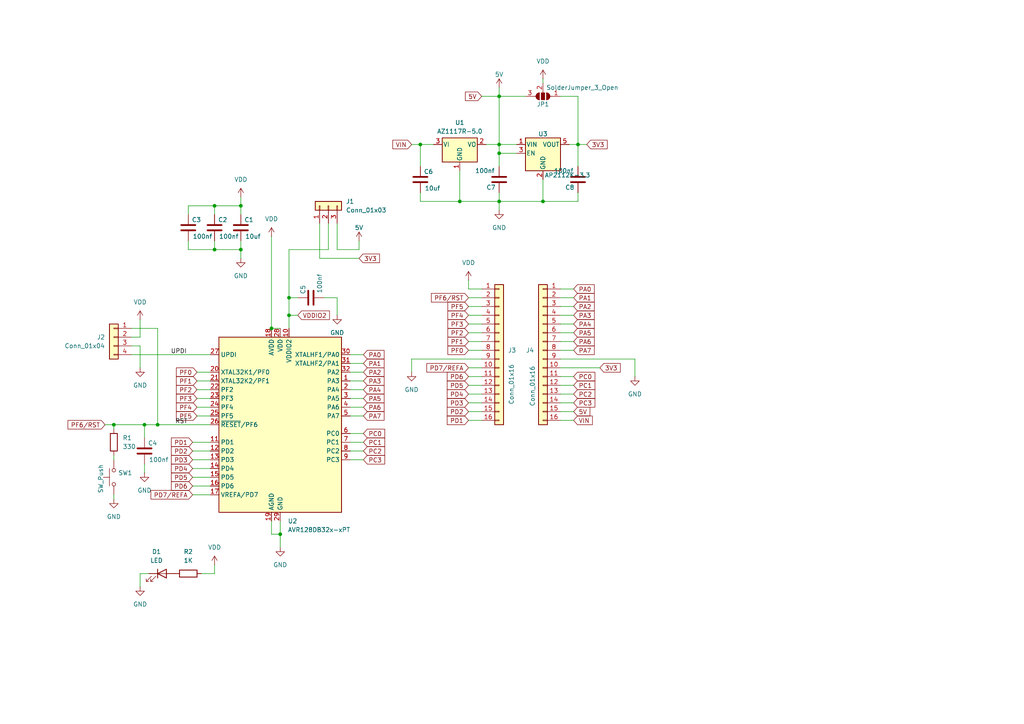
<source format=kicad_sch>
(kicad_sch
	(version 20231120)
	(generator "eeschema")
	(generator_version "8.0")
	(uuid "780f42ac-5184-4928-ba88-22ae35955caf")
	(paper "A4")
	(lib_symbols
		(symbol "Connector_Generic:Conn_01x03"
			(pin_names
				(offset 1.016) hide)
			(exclude_from_sim no)
			(in_bom yes)
			(on_board yes)
			(property "Reference" "J"
				(at 0 5.08 0)
				(effects
					(font
						(size 1.27 1.27)
					)
				)
			)
			(property "Value" "Conn_01x03"
				(at 0 -5.08 0)
				(effects
					(font
						(size 1.27 1.27)
					)
				)
			)
			(property "Footprint" ""
				(at 0 0 0)
				(effects
					(font
						(size 1.27 1.27)
					)
					(hide yes)
				)
			)
			(property "Datasheet" "~"
				(at 0 0 0)
				(effects
					(font
						(size 1.27 1.27)
					)
					(hide yes)
				)
			)
			(property "Description" "Generic connector, single row, 01x03, script generated (kicad-library-utils/schlib/autogen/connector/)"
				(at 0 0 0)
				(effects
					(font
						(size 1.27 1.27)
					)
					(hide yes)
				)
			)
			(property "ki_keywords" "connector"
				(at 0 0 0)
				(effects
					(font
						(size 1.27 1.27)
					)
					(hide yes)
				)
			)
			(property "ki_fp_filters" "Connector*:*_1x??_*"
				(at 0 0 0)
				(effects
					(font
						(size 1.27 1.27)
					)
					(hide yes)
				)
			)
			(symbol "Conn_01x03_1_1"
				(rectangle
					(start -1.27 -2.413)
					(end 0 -2.667)
					(stroke
						(width 0.1524)
						(type default)
					)
					(fill
						(type none)
					)
				)
				(rectangle
					(start -1.27 0.127)
					(end 0 -0.127)
					(stroke
						(width 0.1524)
						(type default)
					)
					(fill
						(type none)
					)
				)
				(rectangle
					(start -1.27 2.667)
					(end 0 2.413)
					(stroke
						(width 0.1524)
						(type default)
					)
					(fill
						(type none)
					)
				)
				(rectangle
					(start -1.27 3.81)
					(end 1.27 -3.81)
					(stroke
						(width 0.254)
						(type default)
					)
					(fill
						(type background)
					)
				)
				(pin passive line
					(at -5.08 2.54 0)
					(length 3.81)
					(name "Pin_1"
						(effects
							(font
								(size 1.27 1.27)
							)
						)
					)
					(number "1"
						(effects
							(font
								(size 1.27 1.27)
							)
						)
					)
				)
				(pin passive line
					(at -5.08 0 0)
					(length 3.81)
					(name "Pin_2"
						(effects
							(font
								(size 1.27 1.27)
							)
						)
					)
					(number "2"
						(effects
							(font
								(size 1.27 1.27)
							)
						)
					)
				)
				(pin passive line
					(at -5.08 -2.54 0)
					(length 3.81)
					(name "Pin_3"
						(effects
							(font
								(size 1.27 1.27)
							)
						)
					)
					(number "3"
						(effects
							(font
								(size 1.27 1.27)
							)
						)
					)
				)
			)
		)
		(symbol "Connector_Generic:Conn_01x04"
			(pin_names
				(offset 1.016) hide)
			(exclude_from_sim no)
			(in_bom yes)
			(on_board yes)
			(property "Reference" "J"
				(at 0 5.08 0)
				(effects
					(font
						(size 1.27 1.27)
					)
				)
			)
			(property "Value" "Conn_01x04"
				(at 0 -7.62 0)
				(effects
					(font
						(size 1.27 1.27)
					)
				)
			)
			(property "Footprint" ""
				(at 0 0 0)
				(effects
					(font
						(size 1.27 1.27)
					)
					(hide yes)
				)
			)
			(property "Datasheet" "~"
				(at 0 0 0)
				(effects
					(font
						(size 1.27 1.27)
					)
					(hide yes)
				)
			)
			(property "Description" "Generic connector, single row, 01x04, script generated (kicad-library-utils/schlib/autogen/connector/)"
				(at 0 0 0)
				(effects
					(font
						(size 1.27 1.27)
					)
					(hide yes)
				)
			)
			(property "ki_keywords" "connector"
				(at 0 0 0)
				(effects
					(font
						(size 1.27 1.27)
					)
					(hide yes)
				)
			)
			(property "ki_fp_filters" "Connector*:*_1x??_*"
				(at 0 0 0)
				(effects
					(font
						(size 1.27 1.27)
					)
					(hide yes)
				)
			)
			(symbol "Conn_01x04_1_1"
				(rectangle
					(start -1.27 -4.953)
					(end 0 -5.207)
					(stroke
						(width 0.1524)
						(type default)
					)
					(fill
						(type none)
					)
				)
				(rectangle
					(start -1.27 -2.413)
					(end 0 -2.667)
					(stroke
						(width 0.1524)
						(type default)
					)
					(fill
						(type none)
					)
				)
				(rectangle
					(start -1.27 0.127)
					(end 0 -0.127)
					(stroke
						(width 0.1524)
						(type default)
					)
					(fill
						(type none)
					)
				)
				(rectangle
					(start -1.27 2.667)
					(end 0 2.413)
					(stroke
						(width 0.1524)
						(type default)
					)
					(fill
						(type none)
					)
				)
				(rectangle
					(start -1.27 3.81)
					(end 1.27 -6.35)
					(stroke
						(width 0.254)
						(type default)
					)
					(fill
						(type background)
					)
				)
				(pin passive line
					(at -5.08 2.54 0)
					(length 3.81)
					(name "Pin_1"
						(effects
							(font
								(size 1.27 1.27)
							)
						)
					)
					(number "1"
						(effects
							(font
								(size 1.27 1.27)
							)
						)
					)
				)
				(pin passive line
					(at -5.08 0 0)
					(length 3.81)
					(name "Pin_2"
						(effects
							(font
								(size 1.27 1.27)
							)
						)
					)
					(number "2"
						(effects
							(font
								(size 1.27 1.27)
							)
						)
					)
				)
				(pin passive line
					(at -5.08 -2.54 0)
					(length 3.81)
					(name "Pin_3"
						(effects
							(font
								(size 1.27 1.27)
							)
						)
					)
					(number "3"
						(effects
							(font
								(size 1.27 1.27)
							)
						)
					)
				)
				(pin passive line
					(at -5.08 -5.08 0)
					(length 3.81)
					(name "Pin_4"
						(effects
							(font
								(size 1.27 1.27)
							)
						)
					)
					(number "4"
						(effects
							(font
								(size 1.27 1.27)
							)
						)
					)
				)
			)
		)
		(symbol "Connector_Generic:Conn_01x16"
			(pin_names
				(offset 1.016) hide)
			(exclude_from_sim no)
			(in_bom yes)
			(on_board yes)
			(property "Reference" "J"
				(at 0 20.32 0)
				(effects
					(font
						(size 1.27 1.27)
					)
				)
			)
			(property "Value" "Conn_01x16"
				(at 0 -22.86 0)
				(effects
					(font
						(size 1.27 1.27)
					)
				)
			)
			(property "Footprint" ""
				(at 0 0 0)
				(effects
					(font
						(size 1.27 1.27)
					)
					(hide yes)
				)
			)
			(property "Datasheet" "~"
				(at 0 0 0)
				(effects
					(font
						(size 1.27 1.27)
					)
					(hide yes)
				)
			)
			(property "Description" "Generic connector, single row, 01x16, script generated (kicad-library-utils/schlib/autogen/connector/)"
				(at 0 0 0)
				(effects
					(font
						(size 1.27 1.27)
					)
					(hide yes)
				)
			)
			(property "ki_keywords" "connector"
				(at 0 0 0)
				(effects
					(font
						(size 1.27 1.27)
					)
					(hide yes)
				)
			)
			(property "ki_fp_filters" "Connector*:*_1x??_*"
				(at 0 0 0)
				(effects
					(font
						(size 1.27 1.27)
					)
					(hide yes)
				)
			)
			(symbol "Conn_01x16_1_1"
				(rectangle
					(start -1.27 -20.193)
					(end 0 -20.447)
					(stroke
						(width 0.1524)
						(type default)
					)
					(fill
						(type none)
					)
				)
				(rectangle
					(start -1.27 -17.653)
					(end 0 -17.907)
					(stroke
						(width 0.1524)
						(type default)
					)
					(fill
						(type none)
					)
				)
				(rectangle
					(start -1.27 -15.113)
					(end 0 -15.367)
					(stroke
						(width 0.1524)
						(type default)
					)
					(fill
						(type none)
					)
				)
				(rectangle
					(start -1.27 -12.573)
					(end 0 -12.827)
					(stroke
						(width 0.1524)
						(type default)
					)
					(fill
						(type none)
					)
				)
				(rectangle
					(start -1.27 -10.033)
					(end 0 -10.287)
					(stroke
						(width 0.1524)
						(type default)
					)
					(fill
						(type none)
					)
				)
				(rectangle
					(start -1.27 -7.493)
					(end 0 -7.747)
					(stroke
						(width 0.1524)
						(type default)
					)
					(fill
						(type none)
					)
				)
				(rectangle
					(start -1.27 -4.953)
					(end 0 -5.207)
					(stroke
						(width 0.1524)
						(type default)
					)
					(fill
						(type none)
					)
				)
				(rectangle
					(start -1.27 -2.413)
					(end 0 -2.667)
					(stroke
						(width 0.1524)
						(type default)
					)
					(fill
						(type none)
					)
				)
				(rectangle
					(start -1.27 0.127)
					(end 0 -0.127)
					(stroke
						(width 0.1524)
						(type default)
					)
					(fill
						(type none)
					)
				)
				(rectangle
					(start -1.27 2.667)
					(end 0 2.413)
					(stroke
						(width 0.1524)
						(type default)
					)
					(fill
						(type none)
					)
				)
				(rectangle
					(start -1.27 5.207)
					(end 0 4.953)
					(stroke
						(width 0.1524)
						(type default)
					)
					(fill
						(type none)
					)
				)
				(rectangle
					(start -1.27 7.747)
					(end 0 7.493)
					(stroke
						(width 0.1524)
						(type default)
					)
					(fill
						(type none)
					)
				)
				(rectangle
					(start -1.27 10.287)
					(end 0 10.033)
					(stroke
						(width 0.1524)
						(type default)
					)
					(fill
						(type none)
					)
				)
				(rectangle
					(start -1.27 12.827)
					(end 0 12.573)
					(stroke
						(width 0.1524)
						(type default)
					)
					(fill
						(type none)
					)
				)
				(rectangle
					(start -1.27 15.367)
					(end 0 15.113)
					(stroke
						(width 0.1524)
						(type default)
					)
					(fill
						(type none)
					)
				)
				(rectangle
					(start -1.27 17.907)
					(end 0 17.653)
					(stroke
						(width 0.1524)
						(type default)
					)
					(fill
						(type none)
					)
				)
				(rectangle
					(start -1.27 19.05)
					(end 1.27 -21.59)
					(stroke
						(width 0.254)
						(type default)
					)
					(fill
						(type background)
					)
				)
				(pin passive line
					(at -5.08 17.78 0)
					(length 3.81)
					(name "Pin_1"
						(effects
							(font
								(size 1.27 1.27)
							)
						)
					)
					(number "1"
						(effects
							(font
								(size 1.27 1.27)
							)
						)
					)
				)
				(pin passive line
					(at -5.08 -5.08 0)
					(length 3.81)
					(name "Pin_10"
						(effects
							(font
								(size 1.27 1.27)
							)
						)
					)
					(number "10"
						(effects
							(font
								(size 1.27 1.27)
							)
						)
					)
				)
				(pin passive line
					(at -5.08 -7.62 0)
					(length 3.81)
					(name "Pin_11"
						(effects
							(font
								(size 1.27 1.27)
							)
						)
					)
					(number "11"
						(effects
							(font
								(size 1.27 1.27)
							)
						)
					)
				)
				(pin passive line
					(at -5.08 -10.16 0)
					(length 3.81)
					(name "Pin_12"
						(effects
							(font
								(size 1.27 1.27)
							)
						)
					)
					(number "12"
						(effects
							(font
								(size 1.27 1.27)
							)
						)
					)
				)
				(pin passive line
					(at -5.08 -12.7 0)
					(length 3.81)
					(name "Pin_13"
						(effects
							(font
								(size 1.27 1.27)
							)
						)
					)
					(number "13"
						(effects
							(font
								(size 1.27 1.27)
							)
						)
					)
				)
				(pin passive line
					(at -5.08 -15.24 0)
					(length 3.81)
					(name "Pin_14"
						(effects
							(font
								(size 1.27 1.27)
							)
						)
					)
					(number "14"
						(effects
							(font
								(size 1.27 1.27)
							)
						)
					)
				)
				(pin passive line
					(at -5.08 -17.78 0)
					(length 3.81)
					(name "Pin_15"
						(effects
							(font
								(size 1.27 1.27)
							)
						)
					)
					(number "15"
						(effects
							(font
								(size 1.27 1.27)
							)
						)
					)
				)
				(pin passive line
					(at -5.08 -20.32 0)
					(length 3.81)
					(name "Pin_16"
						(effects
							(font
								(size 1.27 1.27)
							)
						)
					)
					(number "16"
						(effects
							(font
								(size 1.27 1.27)
							)
						)
					)
				)
				(pin passive line
					(at -5.08 15.24 0)
					(length 3.81)
					(name "Pin_2"
						(effects
							(font
								(size 1.27 1.27)
							)
						)
					)
					(number "2"
						(effects
							(font
								(size 1.27 1.27)
							)
						)
					)
				)
				(pin passive line
					(at -5.08 12.7 0)
					(length 3.81)
					(name "Pin_3"
						(effects
							(font
								(size 1.27 1.27)
							)
						)
					)
					(number "3"
						(effects
							(font
								(size 1.27 1.27)
							)
						)
					)
				)
				(pin passive line
					(at -5.08 10.16 0)
					(length 3.81)
					(name "Pin_4"
						(effects
							(font
								(size 1.27 1.27)
							)
						)
					)
					(number "4"
						(effects
							(font
								(size 1.27 1.27)
							)
						)
					)
				)
				(pin passive line
					(at -5.08 7.62 0)
					(length 3.81)
					(name "Pin_5"
						(effects
							(font
								(size 1.27 1.27)
							)
						)
					)
					(number "5"
						(effects
							(font
								(size 1.27 1.27)
							)
						)
					)
				)
				(pin passive line
					(at -5.08 5.08 0)
					(length 3.81)
					(name "Pin_6"
						(effects
							(font
								(size 1.27 1.27)
							)
						)
					)
					(number "6"
						(effects
							(font
								(size 1.27 1.27)
							)
						)
					)
				)
				(pin passive line
					(at -5.08 2.54 0)
					(length 3.81)
					(name "Pin_7"
						(effects
							(font
								(size 1.27 1.27)
							)
						)
					)
					(number "7"
						(effects
							(font
								(size 1.27 1.27)
							)
						)
					)
				)
				(pin passive line
					(at -5.08 0 0)
					(length 3.81)
					(name "Pin_8"
						(effects
							(font
								(size 1.27 1.27)
							)
						)
					)
					(number "8"
						(effects
							(font
								(size 1.27 1.27)
							)
						)
					)
				)
				(pin passive line
					(at -5.08 -2.54 0)
					(length 3.81)
					(name "Pin_9"
						(effects
							(font
								(size 1.27 1.27)
							)
						)
					)
					(number "9"
						(effects
							(font
								(size 1.27 1.27)
							)
						)
					)
				)
			)
		)
		(symbol "Device:C"
			(pin_numbers hide)
			(pin_names
				(offset 0.254)
			)
			(exclude_from_sim no)
			(in_bom yes)
			(on_board yes)
			(property "Reference" "C"
				(at 0.635 2.54 0)
				(effects
					(font
						(size 1.27 1.27)
					)
					(justify left)
				)
			)
			(property "Value" "C"
				(at 0.635 -2.54 0)
				(effects
					(font
						(size 1.27 1.27)
					)
					(justify left)
				)
			)
			(property "Footprint" ""
				(at 0.9652 -3.81 0)
				(effects
					(font
						(size 1.27 1.27)
					)
					(hide yes)
				)
			)
			(property "Datasheet" "~"
				(at 0 0 0)
				(effects
					(font
						(size 1.27 1.27)
					)
					(hide yes)
				)
			)
			(property "Description" "Unpolarized capacitor"
				(at 0 0 0)
				(effects
					(font
						(size 1.27 1.27)
					)
					(hide yes)
				)
			)
			(property "ki_keywords" "cap capacitor"
				(at 0 0 0)
				(effects
					(font
						(size 1.27 1.27)
					)
					(hide yes)
				)
			)
			(property "ki_fp_filters" "C_*"
				(at 0 0 0)
				(effects
					(font
						(size 1.27 1.27)
					)
					(hide yes)
				)
			)
			(symbol "C_0_1"
				(polyline
					(pts
						(xy -2.032 -0.762) (xy 2.032 -0.762)
					)
					(stroke
						(width 0.508)
						(type default)
					)
					(fill
						(type none)
					)
				)
				(polyline
					(pts
						(xy -2.032 0.762) (xy 2.032 0.762)
					)
					(stroke
						(width 0.508)
						(type default)
					)
					(fill
						(type none)
					)
				)
			)
			(symbol "C_1_1"
				(pin passive line
					(at 0 3.81 270)
					(length 2.794)
					(name "~"
						(effects
							(font
								(size 1.27 1.27)
							)
						)
					)
					(number "1"
						(effects
							(font
								(size 1.27 1.27)
							)
						)
					)
				)
				(pin passive line
					(at 0 -3.81 90)
					(length 2.794)
					(name "~"
						(effects
							(font
								(size 1.27 1.27)
							)
						)
					)
					(number "2"
						(effects
							(font
								(size 1.27 1.27)
							)
						)
					)
				)
			)
		)
		(symbol "Device:LED"
			(pin_numbers hide)
			(pin_names
				(offset 1.016) hide)
			(exclude_from_sim no)
			(in_bom yes)
			(on_board yes)
			(property "Reference" "D"
				(at 0 2.54 0)
				(effects
					(font
						(size 1.27 1.27)
					)
				)
			)
			(property "Value" "LED"
				(at 0 -2.54 0)
				(effects
					(font
						(size 1.27 1.27)
					)
				)
			)
			(property "Footprint" ""
				(at 0 0 0)
				(effects
					(font
						(size 1.27 1.27)
					)
					(hide yes)
				)
			)
			(property "Datasheet" "~"
				(at 0 0 0)
				(effects
					(font
						(size 1.27 1.27)
					)
					(hide yes)
				)
			)
			(property "Description" "Light emitting diode"
				(at 0 0 0)
				(effects
					(font
						(size 1.27 1.27)
					)
					(hide yes)
				)
			)
			(property "ki_keywords" "LED diode"
				(at 0 0 0)
				(effects
					(font
						(size 1.27 1.27)
					)
					(hide yes)
				)
			)
			(property "ki_fp_filters" "LED* LED_SMD:* LED_THT:*"
				(at 0 0 0)
				(effects
					(font
						(size 1.27 1.27)
					)
					(hide yes)
				)
			)
			(symbol "LED_0_1"
				(polyline
					(pts
						(xy -1.27 -1.27) (xy -1.27 1.27)
					)
					(stroke
						(width 0.254)
						(type default)
					)
					(fill
						(type none)
					)
				)
				(polyline
					(pts
						(xy -1.27 0) (xy 1.27 0)
					)
					(stroke
						(width 0)
						(type default)
					)
					(fill
						(type none)
					)
				)
				(polyline
					(pts
						(xy 1.27 -1.27) (xy 1.27 1.27) (xy -1.27 0) (xy 1.27 -1.27)
					)
					(stroke
						(width 0.254)
						(type default)
					)
					(fill
						(type none)
					)
				)
				(polyline
					(pts
						(xy -3.048 -0.762) (xy -4.572 -2.286) (xy -3.81 -2.286) (xy -4.572 -2.286) (xy -4.572 -1.524)
					)
					(stroke
						(width 0)
						(type default)
					)
					(fill
						(type none)
					)
				)
				(polyline
					(pts
						(xy -1.778 -0.762) (xy -3.302 -2.286) (xy -2.54 -2.286) (xy -3.302 -2.286) (xy -3.302 -1.524)
					)
					(stroke
						(width 0)
						(type default)
					)
					(fill
						(type none)
					)
				)
			)
			(symbol "LED_1_1"
				(pin passive line
					(at -3.81 0 0)
					(length 2.54)
					(name "K"
						(effects
							(font
								(size 1.27 1.27)
							)
						)
					)
					(number "1"
						(effects
							(font
								(size 1.27 1.27)
							)
						)
					)
				)
				(pin passive line
					(at 3.81 0 180)
					(length 2.54)
					(name "A"
						(effects
							(font
								(size 1.27 1.27)
							)
						)
					)
					(number "2"
						(effects
							(font
								(size 1.27 1.27)
							)
						)
					)
				)
			)
		)
		(symbol "Device:R"
			(pin_numbers hide)
			(pin_names
				(offset 0)
			)
			(exclude_from_sim no)
			(in_bom yes)
			(on_board yes)
			(property "Reference" "R"
				(at 2.032 0 90)
				(effects
					(font
						(size 1.27 1.27)
					)
				)
			)
			(property "Value" "R"
				(at 0 0 90)
				(effects
					(font
						(size 1.27 1.27)
					)
				)
			)
			(property "Footprint" ""
				(at -1.778 0 90)
				(effects
					(font
						(size 1.27 1.27)
					)
					(hide yes)
				)
			)
			(property "Datasheet" "~"
				(at 0 0 0)
				(effects
					(font
						(size 1.27 1.27)
					)
					(hide yes)
				)
			)
			(property "Description" "Resistor"
				(at 0 0 0)
				(effects
					(font
						(size 1.27 1.27)
					)
					(hide yes)
				)
			)
			(property "ki_keywords" "R res resistor"
				(at 0 0 0)
				(effects
					(font
						(size 1.27 1.27)
					)
					(hide yes)
				)
			)
			(property "ki_fp_filters" "R_*"
				(at 0 0 0)
				(effects
					(font
						(size 1.27 1.27)
					)
					(hide yes)
				)
			)
			(symbol "R_0_1"
				(rectangle
					(start -1.016 -2.54)
					(end 1.016 2.54)
					(stroke
						(width 0.254)
						(type default)
					)
					(fill
						(type none)
					)
				)
			)
			(symbol "R_1_1"
				(pin passive line
					(at 0 3.81 270)
					(length 1.27)
					(name "~"
						(effects
							(font
								(size 1.27 1.27)
							)
						)
					)
					(number "1"
						(effects
							(font
								(size 1.27 1.27)
							)
						)
					)
				)
				(pin passive line
					(at 0 -3.81 90)
					(length 1.27)
					(name "~"
						(effects
							(font
								(size 1.27 1.27)
							)
						)
					)
					(number "2"
						(effects
							(font
								(size 1.27 1.27)
							)
						)
					)
				)
			)
		)
		(symbol "Jumper:SolderJumper_3_Open"
			(pin_names
				(offset 0) hide)
			(exclude_from_sim yes)
			(in_bom no)
			(on_board yes)
			(property "Reference" "JP"
				(at -2.54 -2.54 0)
				(effects
					(font
						(size 1.27 1.27)
					)
				)
			)
			(property "Value" "SolderJumper_3_Open"
				(at 0 2.794 0)
				(effects
					(font
						(size 1.27 1.27)
					)
				)
			)
			(property "Footprint" ""
				(at 0 0 0)
				(effects
					(font
						(size 1.27 1.27)
					)
					(hide yes)
				)
			)
			(property "Datasheet" "~"
				(at 0 0 0)
				(effects
					(font
						(size 1.27 1.27)
					)
					(hide yes)
				)
			)
			(property "Description" "Solder Jumper, 3-pole, open"
				(at 0 0 0)
				(effects
					(font
						(size 1.27 1.27)
					)
					(hide yes)
				)
			)
			(property "ki_keywords" "Solder Jumper SPDT"
				(at 0 0 0)
				(effects
					(font
						(size 1.27 1.27)
					)
					(hide yes)
				)
			)
			(property "ki_fp_filters" "SolderJumper*Open*"
				(at 0 0 0)
				(effects
					(font
						(size 1.27 1.27)
					)
					(hide yes)
				)
			)
			(symbol "SolderJumper_3_Open_0_1"
				(arc
					(start -1.016 1.016)
					(mid -2.0276 0)
					(end -1.016 -1.016)
					(stroke
						(width 0)
						(type default)
					)
					(fill
						(type none)
					)
				)
				(arc
					(start -1.016 1.016)
					(mid -2.0276 0)
					(end -1.016 -1.016)
					(stroke
						(width 0)
						(type default)
					)
					(fill
						(type outline)
					)
				)
				(rectangle
					(start -0.508 1.016)
					(end 0.508 -1.016)
					(stroke
						(width 0)
						(type default)
					)
					(fill
						(type outline)
					)
				)
				(polyline
					(pts
						(xy -2.54 0) (xy -2.032 0)
					)
					(stroke
						(width 0)
						(type default)
					)
					(fill
						(type none)
					)
				)
				(polyline
					(pts
						(xy -1.016 1.016) (xy -1.016 -1.016)
					)
					(stroke
						(width 0)
						(type default)
					)
					(fill
						(type none)
					)
				)
				(polyline
					(pts
						(xy 0 -1.27) (xy 0 -1.016)
					)
					(stroke
						(width 0)
						(type default)
					)
					(fill
						(type none)
					)
				)
				(polyline
					(pts
						(xy 1.016 1.016) (xy 1.016 -1.016)
					)
					(stroke
						(width 0)
						(type default)
					)
					(fill
						(type none)
					)
				)
				(polyline
					(pts
						(xy 2.54 0) (xy 2.032 0)
					)
					(stroke
						(width 0)
						(type default)
					)
					(fill
						(type none)
					)
				)
				(arc
					(start 1.016 -1.016)
					(mid 2.0276 0)
					(end 1.016 1.016)
					(stroke
						(width 0)
						(type default)
					)
					(fill
						(type none)
					)
				)
				(arc
					(start 1.016 -1.016)
					(mid 2.0276 0)
					(end 1.016 1.016)
					(stroke
						(width 0)
						(type default)
					)
					(fill
						(type outline)
					)
				)
			)
			(symbol "SolderJumper_3_Open_1_1"
				(pin passive line
					(at -5.08 0 0)
					(length 2.54)
					(name "A"
						(effects
							(font
								(size 1.27 1.27)
							)
						)
					)
					(number "1"
						(effects
							(font
								(size 1.27 1.27)
							)
						)
					)
				)
				(pin passive line
					(at 0 -3.81 90)
					(length 2.54)
					(name "C"
						(effects
							(font
								(size 1.27 1.27)
							)
						)
					)
					(number "2"
						(effects
							(font
								(size 1.27 1.27)
							)
						)
					)
				)
				(pin passive line
					(at 5.08 0 180)
					(length 2.54)
					(name "B"
						(effects
							(font
								(size 1.27 1.27)
							)
						)
					)
					(number "3"
						(effects
							(font
								(size 1.27 1.27)
							)
						)
					)
				)
			)
		)
		(symbol "MCU_Microchip_AVR_Dx:AVR128DB32x-xPT"
			(exclude_from_sim no)
			(in_bom yes)
			(on_board yes)
			(property "Reference" "U"
				(at -17.78 26.67 0)
				(effects
					(font
						(size 1.27 1.27)
					)
					(justify left bottom)
				)
			)
			(property "Value" "AVR128DB32x-xPT"
				(at 2.54 -26.67 0)
				(effects
					(font
						(size 1.27 1.27)
					)
					(justify left top)
				)
			)
			(property "Footprint" "Package_QFP:TQFP-32_7x7mm_P0.8mm"
				(at 0 0 0)
				(effects
					(font
						(size 1.27 1.27)
						(italic yes)
					)
					(hide yes)
				)
			)
			(property "Datasheet" "https://ww1.microchip.com/downloads/en/DeviceDoc/AVR128DB28-32-48-64-DataSheet-DS40002247A.pdf"
				(at 0 0 0)
				(effects
					(font
						(size 1.27 1.27)
					)
					(hide yes)
				)
			)
			(property "Description" "24MHz, 128kB Flash, 16kB SRAM, EEPROM with Op Amps and Multi-Voltage I/O, TQFP-32"
				(at 0 0 0)
				(effects
					(font
						(size 1.27 1.27)
					)
					(hide yes)
				)
			)
			(property "ki_keywords" "AVR 8bit Microcontroller AVR-DB"
				(at 0 0 0)
				(effects
					(font
						(size 1.27 1.27)
					)
					(hide yes)
				)
			)
			(property "ki_fp_filters" "TQFP*7x7mm*P0.8mm*"
				(at 0 0 0)
				(effects
					(font
						(size 1.27 1.27)
					)
					(hide yes)
				)
			)
			(symbol "AVR128DB32x-xPT_0_1"
				(rectangle
					(start -17.78 25.4)
					(end 17.78 -25.4)
					(stroke
						(width 0.254)
						(type default)
					)
					(fill
						(type background)
					)
				)
			)
			(symbol "AVR128DB32x-xPT_1_1"
				(pin bidirectional line
					(at 20.32 12.7 180)
					(length 2.54)
					(name "PA3"
						(effects
							(font
								(size 1.27 1.27)
							)
						)
					)
					(number "1"
						(effects
							(font
								(size 1.27 1.27)
							)
						)
					)
				)
				(pin power_in line
					(at 2.54 27.94 270)
					(length 2.54)
					(name "VDDIO2"
						(effects
							(font
								(size 1.27 1.27)
							)
						)
					)
					(number "10"
						(effects
							(font
								(size 1.27 1.27)
							)
						)
					)
				)
				(pin bidirectional line
					(at -20.32 -5.08 0)
					(length 2.54)
					(name "PD1"
						(effects
							(font
								(size 1.27 1.27)
							)
						)
					)
					(number "11"
						(effects
							(font
								(size 1.27 1.27)
							)
						)
					)
				)
				(pin bidirectional line
					(at -20.32 -7.62 0)
					(length 2.54)
					(name "PD2"
						(effects
							(font
								(size 1.27 1.27)
							)
						)
					)
					(number "12"
						(effects
							(font
								(size 1.27 1.27)
							)
						)
					)
				)
				(pin bidirectional line
					(at -20.32 -10.16 0)
					(length 2.54)
					(name "PD3"
						(effects
							(font
								(size 1.27 1.27)
							)
						)
					)
					(number "13"
						(effects
							(font
								(size 1.27 1.27)
							)
						)
					)
				)
				(pin bidirectional line
					(at -20.32 -12.7 0)
					(length 2.54)
					(name "PD4"
						(effects
							(font
								(size 1.27 1.27)
							)
						)
					)
					(number "14"
						(effects
							(font
								(size 1.27 1.27)
							)
						)
					)
				)
				(pin bidirectional line
					(at -20.32 -15.24 0)
					(length 2.54)
					(name "PD5"
						(effects
							(font
								(size 1.27 1.27)
							)
						)
					)
					(number "15"
						(effects
							(font
								(size 1.27 1.27)
							)
						)
					)
				)
				(pin bidirectional line
					(at -20.32 -17.78 0)
					(length 2.54)
					(name "PD6"
						(effects
							(font
								(size 1.27 1.27)
							)
						)
					)
					(number "16"
						(effects
							(font
								(size 1.27 1.27)
							)
						)
					)
				)
				(pin bidirectional line
					(at -20.32 -20.32 0)
					(length 2.54)
					(name "VREFA/PD7"
						(effects
							(font
								(size 1.27 1.27)
							)
						)
					)
					(number "17"
						(effects
							(font
								(size 1.27 1.27)
							)
						)
					)
				)
				(pin power_in line
					(at -2.54 27.94 270)
					(length 2.54)
					(name "AVDD"
						(effects
							(font
								(size 1.27 1.27)
							)
						)
					)
					(number "18"
						(effects
							(font
								(size 1.27 1.27)
							)
						)
					)
				)
				(pin power_in line
					(at -2.54 -27.94 90)
					(length 2.54)
					(name "AGND"
						(effects
							(font
								(size 1.27 1.27)
							)
						)
					)
					(number "19"
						(effects
							(font
								(size 1.27 1.27)
							)
						)
					)
				)
				(pin bidirectional line
					(at 20.32 10.16 180)
					(length 2.54)
					(name "PA4"
						(effects
							(font
								(size 1.27 1.27)
							)
						)
					)
					(number "2"
						(effects
							(font
								(size 1.27 1.27)
							)
						)
					)
				)
				(pin bidirectional line
					(at -20.32 15.24 0)
					(length 2.54)
					(name "XTAL32K1/PF0"
						(effects
							(font
								(size 1.27 1.27)
							)
						)
					)
					(number "20"
						(effects
							(font
								(size 1.27 1.27)
							)
						)
					)
				)
				(pin bidirectional line
					(at -20.32 12.7 0)
					(length 2.54)
					(name "XTAL32K2/PF1"
						(effects
							(font
								(size 1.27 1.27)
							)
						)
					)
					(number "21"
						(effects
							(font
								(size 1.27 1.27)
							)
						)
					)
				)
				(pin bidirectional line
					(at -20.32 10.16 0)
					(length 2.54)
					(name "PF2"
						(effects
							(font
								(size 1.27 1.27)
							)
						)
					)
					(number "22"
						(effects
							(font
								(size 1.27 1.27)
							)
						)
					)
				)
				(pin bidirectional line
					(at -20.32 7.62 0)
					(length 2.54)
					(name "PF3"
						(effects
							(font
								(size 1.27 1.27)
							)
						)
					)
					(number "23"
						(effects
							(font
								(size 1.27 1.27)
							)
						)
					)
				)
				(pin bidirectional line
					(at -20.32 5.08 0)
					(length 2.54)
					(name "PF4"
						(effects
							(font
								(size 1.27 1.27)
							)
						)
					)
					(number "24"
						(effects
							(font
								(size 1.27 1.27)
							)
						)
					)
				)
				(pin bidirectional line
					(at -20.32 2.54 0)
					(length 2.54)
					(name "PF5"
						(effects
							(font
								(size 1.27 1.27)
							)
						)
					)
					(number "25"
						(effects
							(font
								(size 1.27 1.27)
							)
						)
					)
				)
				(pin bidirectional line
					(at -20.32 0 0)
					(length 2.54)
					(name "~{RESET}/PF6"
						(effects
							(font
								(size 1.27 1.27)
							)
						)
					)
					(number "26"
						(effects
							(font
								(size 1.27 1.27)
							)
						)
					)
				)
				(pin input line
					(at -20.32 20.32 0)
					(length 2.54)
					(name "UPDI"
						(effects
							(font
								(size 1.27 1.27)
							)
						)
					)
					(number "27"
						(effects
							(font
								(size 1.27 1.27)
							)
						)
					)
				)
				(pin power_in line
					(at 0 27.94 270)
					(length 2.54)
					(name "VDD"
						(effects
							(font
								(size 1.27 1.27)
							)
						)
					)
					(number "28"
						(effects
							(font
								(size 1.27 1.27)
							)
						)
					)
				)
				(pin power_in line
					(at 0 -27.94 90)
					(length 2.54)
					(name "GND"
						(effects
							(font
								(size 1.27 1.27)
							)
						)
					)
					(number "29"
						(effects
							(font
								(size 1.27 1.27)
							)
						)
					)
				)
				(pin bidirectional line
					(at 20.32 7.62 180)
					(length 2.54)
					(name "PA5"
						(effects
							(font
								(size 1.27 1.27)
							)
						)
					)
					(number "3"
						(effects
							(font
								(size 1.27 1.27)
							)
						)
					)
				)
				(pin bidirectional line
					(at 20.32 20.32 180)
					(length 2.54)
					(name "XTALHF1/PA0"
						(effects
							(font
								(size 1.27 1.27)
							)
						)
					)
					(number "30"
						(effects
							(font
								(size 1.27 1.27)
							)
						)
					)
				)
				(pin bidirectional line
					(at 20.32 17.78 180)
					(length 2.54)
					(name "XTALHF2/PA1"
						(effects
							(font
								(size 1.27 1.27)
							)
						)
					)
					(number "31"
						(effects
							(font
								(size 1.27 1.27)
							)
						)
					)
				)
				(pin bidirectional line
					(at 20.32 15.24 180)
					(length 2.54)
					(name "PA2"
						(effects
							(font
								(size 1.27 1.27)
							)
						)
					)
					(number "32"
						(effects
							(font
								(size 1.27 1.27)
							)
						)
					)
				)
				(pin bidirectional line
					(at 20.32 5.08 180)
					(length 2.54)
					(name "PA6"
						(effects
							(font
								(size 1.27 1.27)
							)
						)
					)
					(number "4"
						(effects
							(font
								(size 1.27 1.27)
							)
						)
					)
				)
				(pin bidirectional line
					(at 20.32 2.54 180)
					(length 2.54)
					(name "PA7"
						(effects
							(font
								(size 1.27 1.27)
							)
						)
					)
					(number "5"
						(effects
							(font
								(size 1.27 1.27)
							)
						)
					)
				)
				(pin bidirectional line
					(at 20.32 -2.54 180)
					(length 2.54)
					(name "PC0"
						(effects
							(font
								(size 1.27 1.27)
							)
						)
					)
					(number "6"
						(effects
							(font
								(size 1.27 1.27)
							)
						)
					)
				)
				(pin bidirectional line
					(at 20.32 -5.08 180)
					(length 2.54)
					(name "PC1"
						(effects
							(font
								(size 1.27 1.27)
							)
						)
					)
					(number "7"
						(effects
							(font
								(size 1.27 1.27)
							)
						)
					)
				)
				(pin bidirectional line
					(at 20.32 -7.62 180)
					(length 2.54)
					(name "PC2"
						(effects
							(font
								(size 1.27 1.27)
							)
						)
					)
					(number "8"
						(effects
							(font
								(size 1.27 1.27)
							)
						)
					)
				)
				(pin bidirectional line
					(at 20.32 -10.16 180)
					(length 2.54)
					(name "PC3"
						(effects
							(font
								(size 1.27 1.27)
							)
						)
					)
					(number "9"
						(effects
							(font
								(size 1.27 1.27)
							)
						)
					)
				)
			)
		)
		(symbol "Regulator_Linear:AP2112K-3.3"
			(pin_names
				(offset 0.254)
			)
			(exclude_from_sim no)
			(in_bom yes)
			(on_board yes)
			(property "Reference" "U"
				(at -5.08 5.715 0)
				(effects
					(font
						(size 1.27 1.27)
					)
					(justify left)
				)
			)
			(property "Value" "AP2112K-3.3"
				(at 0 5.715 0)
				(effects
					(font
						(size 1.27 1.27)
					)
					(justify left)
				)
			)
			(property "Footprint" "Package_TO_SOT_SMD:SOT-23-5"
				(at 0 8.255 0)
				(effects
					(font
						(size 1.27 1.27)
					)
					(hide yes)
				)
			)
			(property "Datasheet" "https://www.diodes.com/assets/Datasheets/AP2112.pdf"
				(at 0 2.54 0)
				(effects
					(font
						(size 1.27 1.27)
					)
					(hide yes)
				)
			)
			(property "Description" "600mA low dropout linear regulator, with enable pin, 3.8V-6V input voltage range, 3.3V fixed positive output, SOT-23-5"
				(at 0 0 0)
				(effects
					(font
						(size 1.27 1.27)
					)
					(hide yes)
				)
			)
			(property "ki_keywords" "linear regulator ldo fixed positive"
				(at 0 0 0)
				(effects
					(font
						(size 1.27 1.27)
					)
					(hide yes)
				)
			)
			(property "ki_fp_filters" "SOT?23?5*"
				(at 0 0 0)
				(effects
					(font
						(size 1.27 1.27)
					)
					(hide yes)
				)
			)
			(symbol "AP2112K-3.3_0_1"
				(rectangle
					(start -5.08 4.445)
					(end 5.08 -5.08)
					(stroke
						(width 0.254)
						(type default)
					)
					(fill
						(type background)
					)
				)
			)
			(symbol "AP2112K-3.3_1_1"
				(pin power_in line
					(at -7.62 2.54 0)
					(length 2.54)
					(name "VIN"
						(effects
							(font
								(size 1.27 1.27)
							)
						)
					)
					(number "1"
						(effects
							(font
								(size 1.27 1.27)
							)
						)
					)
				)
				(pin power_in line
					(at 0 -7.62 90)
					(length 2.54)
					(name "GND"
						(effects
							(font
								(size 1.27 1.27)
							)
						)
					)
					(number "2"
						(effects
							(font
								(size 1.27 1.27)
							)
						)
					)
				)
				(pin input line
					(at -7.62 0 0)
					(length 2.54)
					(name "EN"
						(effects
							(font
								(size 1.27 1.27)
							)
						)
					)
					(number "3"
						(effects
							(font
								(size 1.27 1.27)
							)
						)
					)
				)
				(pin no_connect line
					(at 5.08 0 180)
					(length 2.54) hide
					(name "NC"
						(effects
							(font
								(size 1.27 1.27)
							)
						)
					)
					(number "4"
						(effects
							(font
								(size 1.27 1.27)
							)
						)
					)
				)
				(pin power_out line
					(at 7.62 2.54 180)
					(length 2.54)
					(name "VOUT"
						(effects
							(font
								(size 1.27 1.27)
							)
						)
					)
					(number "5"
						(effects
							(font
								(size 1.27 1.27)
							)
						)
					)
				)
			)
		)
		(symbol "Regulator_Linear:AZ1117-5.0"
			(pin_names
				(offset 0.254)
			)
			(exclude_from_sim no)
			(in_bom yes)
			(on_board yes)
			(property "Reference" "U"
				(at -3.81 3.175 0)
				(effects
					(font
						(size 1.27 1.27)
					)
				)
			)
			(property "Value" "AZ1117-5.0"
				(at 0 3.175 0)
				(effects
					(font
						(size 1.27 1.27)
					)
					(justify left)
				)
			)
			(property "Footprint" ""
				(at 0 6.35 0)
				(effects
					(font
						(size 1.27 1.27)
						(italic yes)
					)
					(hide yes)
				)
			)
			(property "Datasheet" "https://www.diodes.com/assets/Datasheets/AZ1117.pdf"
				(at 0 0 0)
				(effects
					(font
						(size 1.27 1.27)
					)
					(hide yes)
				)
			)
			(property "Description" "1A 20V Fixed LDO Linear Regulator, 5.0V, SOT-89/SOT-223/TO-220/TO-252/TO-263"
				(at 0 0 0)
				(effects
					(font
						(size 1.27 1.27)
					)
					(hide yes)
				)
			)
			(property "ki_keywords" "Fixed Voltage Regulator 1A Positive LDO"
				(at 0 0 0)
				(effects
					(font
						(size 1.27 1.27)
					)
					(hide yes)
				)
			)
			(property "ki_fp_filters" "SOT?223* SOT?89* TO?220* TO?252* TO?263*"
				(at 0 0 0)
				(effects
					(font
						(size 1.27 1.27)
					)
					(hide yes)
				)
			)
			(symbol "AZ1117-5.0_0_1"
				(rectangle
					(start -5.08 1.905)
					(end 5.08 -5.08)
					(stroke
						(width 0.254)
						(type default)
					)
					(fill
						(type background)
					)
				)
			)
			(symbol "AZ1117-5.0_1_1"
				(pin power_in line
					(at 0 -7.62 90)
					(length 2.54)
					(name "GND"
						(effects
							(font
								(size 1.27 1.27)
							)
						)
					)
					(number "1"
						(effects
							(font
								(size 1.27 1.27)
							)
						)
					)
				)
				(pin power_out line
					(at 7.62 0 180)
					(length 2.54)
					(name "VO"
						(effects
							(font
								(size 1.27 1.27)
							)
						)
					)
					(number "2"
						(effects
							(font
								(size 1.27 1.27)
							)
						)
					)
				)
				(pin power_in line
					(at -7.62 0 0)
					(length 2.54)
					(name "VI"
						(effects
							(font
								(size 1.27 1.27)
							)
						)
					)
					(number "3"
						(effects
							(font
								(size 1.27 1.27)
							)
						)
					)
				)
			)
		)
		(symbol "SparkFun-PowerSymbol:5V"
			(power)
			(pin_names
				(offset 0)
			)
			(exclude_from_sim no)
			(in_bom yes)
			(on_board yes)
			(property "Reference" "#PWR"
				(at 0 -3.81 0)
				(effects
					(font
						(size 1.27 1.27)
					)
					(hide yes)
				)
			)
			(property "Value" "5V"
				(at 0 3.81 0)
				(do_not_autoplace)
				(effects
					(font
						(size 1.27 1.27)
					)
				)
			)
			(property "Footprint" ""
				(at 0 0 0)
				(effects
					(font
						(size 1.27 1.27)
					)
					(hide yes)
				)
			)
			(property "Datasheet" ""
				(at 0 0 0)
				(effects
					(font
						(size 1.27 1.27)
					)
					(hide yes)
				)
			)
			(property "Description" "Power symbol creates a global label with name \"5V\""
				(at 0 0 0)
				(effects
					(font
						(size 1.27 1.27)
					)
					(hide yes)
				)
			)
			(property "ki_keywords" "SparkFun global power"
				(at 0 0 0)
				(effects
					(font
						(size 1.27 1.27)
					)
					(hide yes)
				)
			)
			(symbol "5V_0_1"
				(polyline
					(pts
						(xy -0.762 1.27) (xy 0 2.54)
					)
					(stroke
						(width 0)
						(type default)
					)
					(fill
						(type none)
					)
				)
				(polyline
					(pts
						(xy 0 0) (xy 0 2.54)
					)
					(stroke
						(width 0)
						(type default)
					)
					(fill
						(type none)
					)
				)
				(polyline
					(pts
						(xy 0 2.54) (xy 0.762 1.27)
					)
					(stroke
						(width 0)
						(type default)
					)
					(fill
						(type none)
					)
				)
			)
			(symbol "5V_1_1"
				(pin power_in line
					(at 0 0 90)
					(length 0) hide
					(name "5V"
						(effects
							(font
								(size 1.27 1.27)
							)
						)
					)
					(number "1"
						(effects
							(font
								(size 1.27 1.27)
							)
						)
					)
				)
			)
		)
		(symbol "Switch:SW_Push"
			(pin_numbers hide)
			(pin_names
				(offset 1.016) hide)
			(exclude_from_sim no)
			(in_bom yes)
			(on_board yes)
			(property "Reference" "SW"
				(at 1.27 2.54 0)
				(effects
					(font
						(size 1.27 1.27)
					)
					(justify left)
				)
			)
			(property "Value" "SW_Push"
				(at 0 -1.524 0)
				(effects
					(font
						(size 1.27 1.27)
					)
				)
			)
			(property "Footprint" ""
				(at 0 5.08 0)
				(effects
					(font
						(size 1.27 1.27)
					)
					(hide yes)
				)
			)
			(property "Datasheet" "~"
				(at 0 5.08 0)
				(effects
					(font
						(size 1.27 1.27)
					)
					(hide yes)
				)
			)
			(property "Description" "Push button switch, generic, two pins"
				(at 0 0 0)
				(effects
					(font
						(size 1.27 1.27)
					)
					(hide yes)
				)
			)
			(property "ki_keywords" "switch normally-open pushbutton push-button"
				(at 0 0 0)
				(effects
					(font
						(size 1.27 1.27)
					)
					(hide yes)
				)
			)
			(symbol "SW_Push_0_1"
				(circle
					(center -2.032 0)
					(radius 0.508)
					(stroke
						(width 0)
						(type default)
					)
					(fill
						(type none)
					)
				)
				(polyline
					(pts
						(xy 0 1.27) (xy 0 3.048)
					)
					(stroke
						(width 0)
						(type default)
					)
					(fill
						(type none)
					)
				)
				(polyline
					(pts
						(xy 2.54 1.27) (xy -2.54 1.27)
					)
					(stroke
						(width 0)
						(type default)
					)
					(fill
						(type none)
					)
				)
				(circle
					(center 2.032 0)
					(radius 0.508)
					(stroke
						(width 0)
						(type default)
					)
					(fill
						(type none)
					)
				)
				(pin passive line
					(at -5.08 0 0)
					(length 2.54)
					(name "1"
						(effects
							(font
								(size 1.27 1.27)
							)
						)
					)
					(number "1"
						(effects
							(font
								(size 1.27 1.27)
							)
						)
					)
				)
				(pin passive line
					(at 5.08 0 180)
					(length 2.54)
					(name "2"
						(effects
							(font
								(size 1.27 1.27)
							)
						)
					)
					(number "2"
						(effects
							(font
								(size 1.27 1.27)
							)
						)
					)
				)
			)
		)
		(symbol "power:GND"
			(power)
			(pin_numbers hide)
			(pin_names
				(offset 0) hide)
			(exclude_from_sim no)
			(in_bom yes)
			(on_board yes)
			(property "Reference" "#PWR"
				(at 0 -6.35 0)
				(effects
					(font
						(size 1.27 1.27)
					)
					(hide yes)
				)
			)
			(property "Value" "GND"
				(at 0 -3.81 0)
				(effects
					(font
						(size 1.27 1.27)
					)
				)
			)
			(property "Footprint" ""
				(at 0 0 0)
				(effects
					(font
						(size 1.27 1.27)
					)
					(hide yes)
				)
			)
			(property "Datasheet" ""
				(at 0 0 0)
				(effects
					(font
						(size 1.27 1.27)
					)
					(hide yes)
				)
			)
			(property "Description" "Power symbol creates a global label with name \"GND\" , ground"
				(at 0 0 0)
				(effects
					(font
						(size 1.27 1.27)
					)
					(hide yes)
				)
			)
			(property "ki_keywords" "global power"
				(at 0 0 0)
				(effects
					(font
						(size 1.27 1.27)
					)
					(hide yes)
				)
			)
			(symbol "GND_0_1"
				(polyline
					(pts
						(xy 0 0) (xy 0 -1.27) (xy 1.27 -1.27) (xy 0 -2.54) (xy -1.27 -1.27) (xy 0 -1.27)
					)
					(stroke
						(width 0)
						(type default)
					)
					(fill
						(type none)
					)
				)
			)
			(symbol "GND_1_1"
				(pin power_in line
					(at 0 0 270)
					(length 0)
					(name "~"
						(effects
							(font
								(size 1.27 1.27)
							)
						)
					)
					(number "1"
						(effects
							(font
								(size 1.27 1.27)
							)
						)
					)
				)
			)
		)
		(symbol "power:VDD"
			(power)
			(pin_numbers hide)
			(pin_names
				(offset 0) hide)
			(exclude_from_sim no)
			(in_bom yes)
			(on_board yes)
			(property "Reference" "#PWR"
				(at 0 -3.81 0)
				(effects
					(font
						(size 1.27 1.27)
					)
					(hide yes)
				)
			)
			(property "Value" "VDD"
				(at 0 3.556 0)
				(effects
					(font
						(size 1.27 1.27)
					)
				)
			)
			(property "Footprint" ""
				(at 0 0 0)
				(effects
					(font
						(size 1.27 1.27)
					)
					(hide yes)
				)
			)
			(property "Datasheet" ""
				(at 0 0 0)
				(effects
					(font
						(size 1.27 1.27)
					)
					(hide yes)
				)
			)
			(property "Description" "Power symbol creates a global label with name \"VDD\""
				(at 0 0 0)
				(effects
					(font
						(size 1.27 1.27)
					)
					(hide yes)
				)
			)
			(property "ki_keywords" "global power"
				(at 0 0 0)
				(effects
					(font
						(size 1.27 1.27)
					)
					(hide yes)
				)
			)
			(symbol "VDD_0_1"
				(polyline
					(pts
						(xy -0.762 1.27) (xy 0 2.54)
					)
					(stroke
						(width 0)
						(type default)
					)
					(fill
						(type none)
					)
				)
				(polyline
					(pts
						(xy 0 0) (xy 0 2.54)
					)
					(stroke
						(width 0)
						(type default)
					)
					(fill
						(type none)
					)
				)
				(polyline
					(pts
						(xy 0 2.54) (xy 0.762 1.27)
					)
					(stroke
						(width 0)
						(type default)
					)
					(fill
						(type none)
					)
				)
			)
			(symbol "VDD_1_1"
				(pin power_in line
					(at 0 0 90)
					(length 0)
					(name "~"
						(effects
							(font
								(size 1.27 1.27)
							)
						)
					)
					(number "1"
						(effects
							(font
								(size 1.27 1.27)
							)
						)
					)
				)
			)
		)
	)
	(junction
		(at 62.23 59.69)
		(diameter 0)
		(color 0 0 0 0)
		(uuid "0e5dc15a-fe31-400f-97ed-a22e7b33c907")
	)
	(junction
		(at 69.85 59.69)
		(diameter 0)
		(color 0 0 0 0)
		(uuid "145adf19-de09-48cc-8d3c-f2b280b50b68")
	)
	(junction
		(at 78.74 95.25)
		(diameter 0)
		(color 0 0 0 0)
		(uuid "18c05ce1-5b3a-47cd-ad2d-ab5b86a01766")
	)
	(junction
		(at 144.78 41.91)
		(diameter 0)
		(color 0 0 0 0)
		(uuid "23f7c0b6-bd37-4b17-928f-989e6403e7cc")
	)
	(junction
		(at 62.23 72.39)
		(diameter 0)
		(color 0 0 0 0)
		(uuid "26a9283d-85f1-454d-b7a7-e120222082a9")
	)
	(junction
		(at 144.78 58.42)
		(diameter 0)
		(color 0 0 0 0)
		(uuid "32b728dc-5890-4e0e-a1a9-959c17ced281")
	)
	(junction
		(at 83.82 91.44)
		(diameter 0)
		(color 0 0 0 0)
		(uuid "387f20e1-7aac-4c2f-a5db-c44217761b46")
	)
	(junction
		(at 81.28 154.94)
		(diameter 0)
		(color 0 0 0 0)
		(uuid "70a6b76b-9f3d-4034-a944-c0526f1176f8")
	)
	(junction
		(at 167.64 41.91)
		(diameter 0)
		(color 0 0 0 0)
		(uuid "8dd9d2ad-5727-4a44-b2eb-862aa8246b78")
	)
	(junction
		(at 45.72 123.19)
		(diameter 0)
		(color 0 0 0 0)
		(uuid "909d9b07-ead4-4150-a28c-b1d57b59c931")
	)
	(junction
		(at 121.92 41.91)
		(diameter 0)
		(color 0 0 0 0)
		(uuid "b9fcd006-968e-412c-8e0d-33d3c3a9ec05")
	)
	(junction
		(at 144.78 27.94)
		(diameter 0)
		(color 0 0 0 0)
		(uuid "c34f13a6-76ba-4665-8f4d-fc43e23c83c5")
	)
	(junction
		(at 133.35 58.42)
		(diameter 0)
		(color 0 0 0 0)
		(uuid "c5786a52-b988-4ab6-8938-79fafc3dab07")
	)
	(junction
		(at 69.85 72.39)
		(diameter 0)
		(color 0 0 0 0)
		(uuid "d1359888-937a-4628-8f54-ca9c1d760f25")
	)
	(junction
		(at 33.02 123.19)
		(diameter 0)
		(color 0 0 0 0)
		(uuid "d2fc8251-6b54-42e0-b601-ed1067280032")
	)
	(junction
		(at 41.91 123.19)
		(diameter 0)
		(color 0 0 0 0)
		(uuid "eb1b25b3-063a-4d79-b7ec-de2404c2c948")
	)
	(junction
		(at 157.48 58.42)
		(diameter 0)
		(color 0 0 0 0)
		(uuid "ed40272f-7d81-4f79-b667-64cc6137d961")
	)
	(junction
		(at 83.82 86.36)
		(diameter 0)
		(color 0 0 0 0)
		(uuid "ef27e0e4-7d23-42b5-a9d3-6811d4cd66f6")
	)
	(junction
		(at 144.78 44.45)
		(diameter 0)
		(color 0 0 0 0)
		(uuid "f12460d2-b270-4497-9eab-a0725bd11112")
	)
	(wire
		(pts
			(xy 135.89 109.22) (xy 139.7 109.22)
		)
		(stroke
			(width 0)
			(type default)
		)
		(uuid "00246692-c146-4190-b8c4-5b0c6aa88750")
	)
	(wire
		(pts
			(xy 101.6 120.65) (xy 105.41 120.65)
		)
		(stroke
			(width 0)
			(type default)
		)
		(uuid "02e06181-52e6-4dbd-bcb0-a8e44ba8d42c")
	)
	(wire
		(pts
			(xy 57.15 118.11) (xy 60.96 118.11)
		)
		(stroke
			(width 0)
			(type default)
		)
		(uuid "02e7d1fe-494e-4102-90b8-ebca35d41cfd")
	)
	(wire
		(pts
			(xy 97.79 86.36) (xy 97.79 91.44)
		)
		(stroke
			(width 0)
			(type default)
		)
		(uuid "0421005b-cdb3-4d4a-a7c1-9898d032da54")
	)
	(wire
		(pts
			(xy 157.48 22.86) (xy 157.48 24.13)
		)
		(stroke
			(width 0)
			(type default)
		)
		(uuid "08cc8009-7341-4370-ad3e-8d9e3d681e3f")
	)
	(wire
		(pts
			(xy 33.02 132.08) (xy 33.02 133.35)
		)
		(stroke
			(width 0)
			(type default)
		)
		(uuid "0b2e9bd0-1636-4c18-8e39-f95b054083fc")
	)
	(wire
		(pts
			(xy 139.7 27.94) (xy 144.78 27.94)
		)
		(stroke
			(width 0)
			(type default)
		)
		(uuid "0b6a30f6-d37e-4758-8719-40696a4617a2")
	)
	(wire
		(pts
			(xy 162.56 114.3) (xy 166.37 114.3)
		)
		(stroke
			(width 0)
			(type default)
		)
		(uuid "0ce6a025-2420-41b6-8cfa-7dd9a02bb2e4")
	)
	(wire
		(pts
			(xy 55.88 130.81) (xy 60.96 130.81)
		)
		(stroke
			(width 0)
			(type default)
		)
		(uuid "10945ffe-9b8a-4397-88cb-b84b06a2139c")
	)
	(wire
		(pts
			(xy 69.85 72.39) (xy 69.85 74.93)
		)
		(stroke
			(width 0)
			(type default)
		)
		(uuid "1b36505c-ced9-4455-9921-0881eebb9de6")
	)
	(wire
		(pts
			(xy 162.56 106.68) (xy 173.99 106.68)
		)
		(stroke
			(width 0)
			(type default)
		)
		(uuid "1e3f1426-d2b1-4259-9aea-0bf1d48e39c4")
	)
	(wire
		(pts
			(xy 157.48 58.42) (xy 144.78 58.42)
		)
		(stroke
			(width 0)
			(type default)
		)
		(uuid "1eb66fd1-0bd2-4d78-9c75-f21a852afe30")
	)
	(wire
		(pts
			(xy 149.86 44.45) (xy 144.78 44.45)
		)
		(stroke
			(width 0)
			(type default)
		)
		(uuid "218ca058-9b0c-4211-ad28-0203402e5351")
	)
	(wire
		(pts
			(xy 101.6 102.87) (xy 105.41 102.87)
		)
		(stroke
			(width 0)
			(type default)
		)
		(uuid "219cad11-d5d9-461a-a540-4b5c54e0bd0a")
	)
	(wire
		(pts
			(xy 101.6 133.35) (xy 105.41 133.35)
		)
		(stroke
			(width 0)
			(type default)
		)
		(uuid "236174f1-31aa-49d2-a7d9-3743a2f3b60c")
	)
	(wire
		(pts
			(xy 133.35 49.53) (xy 133.35 58.42)
		)
		(stroke
			(width 0)
			(type default)
		)
		(uuid "24d156f0-8c52-4f2f-8ef4-6de79540d9c6")
	)
	(wire
		(pts
			(xy 144.78 25.4) (xy 144.78 27.94)
		)
		(stroke
			(width 0)
			(type default)
		)
		(uuid "271ead5c-0232-4257-8f2b-670ac9940973")
	)
	(wire
		(pts
			(xy 83.82 91.44) (xy 83.82 95.25)
		)
		(stroke
			(width 0)
			(type default)
		)
		(uuid "281b0b64-7cb2-4768-8754-971352f008ee")
	)
	(wire
		(pts
			(xy 55.88 133.35) (xy 60.96 133.35)
		)
		(stroke
			(width 0)
			(type default)
		)
		(uuid "295d9472-b5c4-432b-b96e-26373ddc60ae")
	)
	(wire
		(pts
			(xy 62.23 59.69) (xy 62.23 62.23)
		)
		(stroke
			(width 0)
			(type default)
		)
		(uuid "2a0fdd1b-9add-42cf-83af-e9dc222e89a9")
	)
	(wire
		(pts
			(xy 55.88 135.89) (xy 60.96 135.89)
		)
		(stroke
			(width 0)
			(type default)
		)
		(uuid "2a5b6789-4da8-4b26-97c9-9d41f69c8104")
	)
	(wire
		(pts
			(xy 69.85 57.15) (xy 69.85 59.69)
		)
		(stroke
			(width 0)
			(type default)
		)
		(uuid "2d6cc400-9c80-4775-9901-b21b85561712")
	)
	(wire
		(pts
			(xy 54.61 69.85) (xy 54.61 72.39)
		)
		(stroke
			(width 0)
			(type default)
		)
		(uuid "2fb503a2-2a4d-4ccc-a27d-926a96c88b4b")
	)
	(wire
		(pts
			(xy 165.1 41.91) (xy 167.64 41.91)
		)
		(stroke
			(width 0)
			(type default)
		)
		(uuid "314c433d-7db7-4bbe-81f0-3d40446475c7")
	)
	(wire
		(pts
			(xy 121.92 41.91) (xy 125.73 41.91)
		)
		(stroke
			(width 0)
			(type default)
		)
		(uuid "31b039b4-7135-4d14-9f78-c1e9493d9ca0")
	)
	(wire
		(pts
			(xy 135.89 99.06) (xy 139.7 99.06)
		)
		(stroke
			(width 0)
			(type default)
		)
		(uuid "32a6584d-c7ed-4030-a7d4-27a7326fd01e")
	)
	(wire
		(pts
			(xy 135.89 119.38) (xy 139.7 119.38)
		)
		(stroke
			(width 0)
			(type default)
		)
		(uuid "32cd12cd-18e6-43a3-9317-a12d725c2efe")
	)
	(wire
		(pts
			(xy 78.74 68.58) (xy 78.74 95.25)
		)
		(stroke
			(width 0)
			(type default)
		)
		(uuid "3431f4ce-d72a-49a1-a32f-bd747f54247a")
	)
	(wire
		(pts
			(xy 101.6 118.11) (xy 105.41 118.11)
		)
		(stroke
			(width 0)
			(type default)
		)
		(uuid "35eccc93-41e3-4f29-8ef1-f96e28e50742")
	)
	(wire
		(pts
			(xy 162.56 96.52) (xy 166.37 96.52)
		)
		(stroke
			(width 0)
			(type default)
		)
		(uuid "37817f45-461b-44a2-9923-44a46c284705")
	)
	(wire
		(pts
			(xy 97.79 72.39) (xy 97.79 64.77)
		)
		(stroke
			(width 0)
			(type default)
		)
		(uuid "39bd4fa9-231c-484b-a37d-e61557bd5e2b")
	)
	(wire
		(pts
			(xy 93.98 86.36) (xy 97.79 86.36)
		)
		(stroke
			(width 0)
			(type default)
		)
		(uuid "3d0b5e8a-44e0-4f25-825d-a47003a1298f")
	)
	(wire
		(pts
			(xy 144.78 27.94) (xy 144.78 41.91)
		)
		(stroke
			(width 0)
			(type default)
		)
		(uuid "423d2fa7-4359-4bbc-8a3b-273c7330b58f")
	)
	(wire
		(pts
			(xy 81.28 154.94) (xy 78.74 154.94)
		)
		(stroke
			(width 0)
			(type default)
		)
		(uuid "45b31f9b-78aa-4fc4-ac5c-4c77d29a70c7")
	)
	(wire
		(pts
			(xy 144.78 44.45) (xy 144.78 41.91)
		)
		(stroke
			(width 0)
			(type default)
		)
		(uuid "45b70151-c832-4aad-9a05-1d79ffab6a1a")
	)
	(wire
		(pts
			(xy 162.56 119.38) (xy 166.37 119.38)
		)
		(stroke
			(width 0)
			(type default)
		)
		(uuid "49df1080-f9a0-4e00-ac09-8205a2e75e9b")
	)
	(wire
		(pts
			(xy 81.28 154.94) (xy 81.28 158.75)
		)
		(stroke
			(width 0)
			(type default)
		)
		(uuid "4ae921d5-f6e5-472f-9d67-403b7bd1d4d5")
	)
	(wire
		(pts
			(xy 162.56 121.92) (xy 166.37 121.92)
		)
		(stroke
			(width 0)
			(type default)
		)
		(uuid "4aeed8cc-de9a-429a-a993-969ddc400e16")
	)
	(wire
		(pts
			(xy 104.14 72.39) (xy 104.14 69.85)
		)
		(stroke
			(width 0)
			(type default)
		)
		(uuid "4b483d2a-d99c-4a2e-ad67-4e762eb16c46")
	)
	(wire
		(pts
			(xy 101.6 115.57) (xy 105.41 115.57)
		)
		(stroke
			(width 0)
			(type default)
		)
		(uuid "4e20d52c-6c68-40af-90a8-7efee6befb7d")
	)
	(wire
		(pts
			(xy 86.36 86.36) (xy 83.82 86.36)
		)
		(stroke
			(width 0)
			(type default)
		)
		(uuid "519aaf61-f15c-4b01-a5c8-6f91cf1a3639")
	)
	(wire
		(pts
			(xy 62.23 72.39) (xy 62.23 69.85)
		)
		(stroke
			(width 0)
			(type default)
		)
		(uuid "51ab53f9-6b11-494c-91ee-873d5762555e")
	)
	(wire
		(pts
			(xy 144.78 55.88) (xy 144.78 58.42)
		)
		(stroke
			(width 0)
			(type default)
		)
		(uuid "530b7a3b-0ec4-4691-a326-09d061ee611a")
	)
	(wire
		(pts
			(xy 167.64 41.91) (xy 167.64 48.26)
		)
		(stroke
			(width 0)
			(type default)
		)
		(uuid "5459778c-a693-4573-b686-1cae2c947720")
	)
	(wire
		(pts
			(xy 167.64 55.88) (xy 167.64 58.42)
		)
		(stroke
			(width 0)
			(type default)
		)
		(uuid "563d4d94-6ef8-48d3-a641-679a668e39f3")
	)
	(wire
		(pts
			(xy 167.64 27.94) (xy 167.64 41.91)
		)
		(stroke
			(width 0)
			(type default)
		)
		(uuid "567c4303-6669-418f-8c18-69a9161b9824")
	)
	(wire
		(pts
			(xy 38.1 102.87) (xy 60.96 102.87)
		)
		(stroke
			(width 0)
			(type default)
		)
		(uuid "599379cd-6fe9-4d69-9216-69c49c4136c8")
	)
	(wire
		(pts
			(xy 135.89 101.6) (xy 139.7 101.6)
		)
		(stroke
			(width 0)
			(type default)
		)
		(uuid "59b1e645-7e9e-4dcd-b6b4-f7f15f3c3015")
	)
	(wire
		(pts
			(xy 101.6 125.73) (xy 105.41 125.73)
		)
		(stroke
			(width 0)
			(type default)
		)
		(uuid "5ae5eec3-9778-4a04-a774-05fa42b82eed")
	)
	(wire
		(pts
			(xy 55.88 143.51) (xy 60.96 143.51)
		)
		(stroke
			(width 0)
			(type default)
		)
		(uuid "5da5a5d1-384e-41e0-934a-1cc85952abe7")
	)
	(wire
		(pts
			(xy 162.56 104.14) (xy 184.15 104.14)
		)
		(stroke
			(width 0)
			(type default)
		)
		(uuid "5ed082d7-07d0-41d8-b20f-055e45865dbc")
	)
	(wire
		(pts
			(xy 54.61 72.39) (xy 62.23 72.39)
		)
		(stroke
			(width 0)
			(type default)
		)
		(uuid "5ff54452-670b-4372-9bd8-5648e20f98e3")
	)
	(wire
		(pts
			(xy 144.78 44.45) (xy 144.78 48.26)
		)
		(stroke
			(width 0)
			(type default)
		)
		(uuid "606dc006-3cb4-4458-8de0-b4cff7ba0cb4")
	)
	(wire
		(pts
			(xy 119.38 41.91) (xy 121.92 41.91)
		)
		(stroke
			(width 0)
			(type default)
		)
		(uuid "617b87d1-2a4b-405e-93c7-cdb692bc9f18")
	)
	(wire
		(pts
			(xy 58.42 166.37) (xy 62.23 166.37)
		)
		(stroke
			(width 0)
			(type default)
		)
		(uuid "634ad436-0608-45f8-be49-276d3a8dff96")
	)
	(wire
		(pts
			(xy 119.38 104.14) (xy 139.7 104.14)
		)
		(stroke
			(width 0)
			(type default)
		)
		(uuid "65cdfac6-625a-47dd-8ce9-4599dcf01363")
	)
	(wire
		(pts
			(xy 83.82 72.39) (xy 83.82 86.36)
		)
		(stroke
			(width 0)
			(type default)
		)
		(uuid "69229a01-adfd-4c10-b418-93834593a0cb")
	)
	(wire
		(pts
			(xy 135.89 83.82) (xy 139.7 83.82)
		)
		(stroke
			(width 0)
			(type default)
		)
		(uuid "6a355c07-8bf2-414f-8779-25d596b98b64")
	)
	(wire
		(pts
			(xy 33.02 123.19) (xy 41.91 123.19)
		)
		(stroke
			(width 0)
			(type default)
		)
		(uuid "6d33260d-3020-401f-a282-7b288547a590")
	)
	(wire
		(pts
			(xy 162.56 91.44) (xy 166.37 91.44)
		)
		(stroke
			(width 0)
			(type default)
		)
		(uuid "6eb0b343-b597-45c0-b79c-2f1971212b54")
	)
	(wire
		(pts
			(xy 38.1 100.33) (xy 40.64 100.33)
		)
		(stroke
			(width 0)
			(type default)
		)
		(uuid "6fa115ea-3c03-411b-8dbf-06dbf1d90746")
	)
	(wire
		(pts
			(xy 83.82 86.36) (xy 83.82 91.44)
		)
		(stroke
			(width 0)
			(type default)
		)
		(uuid "7153495b-ee1e-4d3e-ac9c-2cbf7ad014e2")
	)
	(wire
		(pts
			(xy 162.56 88.9) (xy 166.37 88.9)
		)
		(stroke
			(width 0)
			(type default)
		)
		(uuid "769be495-2e6c-461f-9c50-347109d4101b")
	)
	(wire
		(pts
			(xy 41.91 137.16) (xy 41.91 134.62)
		)
		(stroke
			(width 0)
			(type default)
		)
		(uuid "76a129f0-a993-44c9-968b-b5c6b918df54")
	)
	(wire
		(pts
			(xy 135.89 88.9) (xy 139.7 88.9)
		)
		(stroke
			(width 0)
			(type default)
		)
		(uuid "76b4cd48-5d6f-474e-b00c-36b4c36d1fe2")
	)
	(wire
		(pts
			(xy 69.85 62.23) (xy 69.85 59.69)
		)
		(stroke
			(width 0)
			(type default)
		)
		(uuid "77981827-8110-41aa-9b78-495fb0221e89")
	)
	(wire
		(pts
			(xy 135.89 86.36) (xy 139.7 86.36)
		)
		(stroke
			(width 0)
			(type default)
		)
		(uuid "77e7ca77-d180-48ca-a04c-1445e8119bed")
	)
	(wire
		(pts
			(xy 157.48 58.42) (xy 167.64 58.42)
		)
		(stroke
			(width 0)
			(type default)
		)
		(uuid "79d095f0-bc5c-428f-a57b-a7d328b55c62")
	)
	(wire
		(pts
			(xy 144.78 41.91) (xy 149.86 41.91)
		)
		(stroke
			(width 0)
			(type default)
		)
		(uuid "8007ed99-a3d5-443b-9b8c-4b9dd8eb602d")
	)
	(wire
		(pts
			(xy 162.56 109.22) (xy 166.37 109.22)
		)
		(stroke
			(width 0)
			(type default)
		)
		(uuid "807773fd-7571-41e0-ad00-ea55c3ffa4dc")
	)
	(wire
		(pts
			(xy 121.92 58.42) (xy 133.35 58.42)
		)
		(stroke
			(width 0)
			(type default)
		)
		(uuid "80af90c4-82ee-44bb-9ddb-fe85e8d7e174")
	)
	(wire
		(pts
			(xy 33.02 123.19) (xy 33.02 124.46)
		)
		(stroke
			(width 0)
			(type default)
		)
		(uuid "825f55fa-aadb-4cd2-9688-b4f4f8221d61")
	)
	(wire
		(pts
			(xy 135.89 106.68) (xy 139.7 106.68)
		)
		(stroke
			(width 0)
			(type default)
		)
		(uuid "846bd09c-51b1-4a78-bb7b-f76fbb400f8c")
	)
	(wire
		(pts
			(xy 162.56 99.06) (xy 166.37 99.06)
		)
		(stroke
			(width 0)
			(type default)
		)
		(uuid "855d2658-bc5e-4487-8e8f-ca623c7a38c9")
	)
	(wire
		(pts
			(xy 157.48 52.07) (xy 157.48 58.42)
		)
		(stroke
			(width 0)
			(type default)
		)
		(uuid "8704e9fe-e042-4ded-9624-31d57f58c8bb")
	)
	(wire
		(pts
			(xy 135.89 96.52) (xy 139.7 96.52)
		)
		(stroke
			(width 0)
			(type default)
		)
		(uuid "87443116-4f98-4def-a3ca-17876c920d6b")
	)
	(wire
		(pts
			(xy 162.56 101.6) (xy 166.37 101.6)
		)
		(stroke
			(width 0)
			(type default)
		)
		(uuid "87964a45-6bc1-4146-bc42-a1defb90fd0e")
	)
	(wire
		(pts
			(xy 62.23 163.83) (xy 62.23 166.37)
		)
		(stroke
			(width 0)
			(type default)
		)
		(uuid "87d0fd06-c586-4a62-bcb2-a10dd8b41bc6")
	)
	(wire
		(pts
			(xy 101.6 110.49) (xy 105.41 110.49)
		)
		(stroke
			(width 0)
			(type default)
		)
		(uuid "89a63ab9-55d4-4373-a96c-c9f0caf5dff6")
	)
	(wire
		(pts
			(xy 121.92 55.88) (xy 121.92 58.42)
		)
		(stroke
			(width 0)
			(type default)
		)
		(uuid "8b845dd8-ed77-4201-b578-f37406d62889")
	)
	(wire
		(pts
			(xy 55.88 138.43) (xy 60.96 138.43)
		)
		(stroke
			(width 0)
			(type default)
		)
		(uuid "8c8fe64c-0132-49cb-a2ee-52740a581fe1")
	)
	(wire
		(pts
			(xy 55.88 128.27) (xy 60.96 128.27)
		)
		(stroke
			(width 0)
			(type default)
		)
		(uuid "8e456b92-41b3-42fd-9849-730e77816807")
	)
	(wire
		(pts
			(xy 33.02 144.78) (xy 33.02 143.51)
		)
		(stroke
			(width 0)
			(type default)
		)
		(uuid "90127437-91ff-4749-97c1-3db4e974a584")
	)
	(wire
		(pts
			(xy 57.15 113.03) (xy 60.96 113.03)
		)
		(stroke
			(width 0)
			(type default)
		)
		(uuid "908cfc9f-b8a4-4399-8448-c543cecd4c00")
	)
	(wire
		(pts
			(xy 101.6 105.41) (xy 105.41 105.41)
		)
		(stroke
			(width 0)
			(type default)
		)
		(uuid "915c4848-73ab-4230-9d6c-d7ab7f7c0900")
	)
	(wire
		(pts
			(xy 81.28 151.13) (xy 81.28 154.94)
		)
		(stroke
			(width 0)
			(type default)
		)
		(uuid "91d5de4c-4a3f-4b1c-8322-6f64ce226fe6")
	)
	(wire
		(pts
			(xy 162.56 111.76) (xy 166.37 111.76)
		)
		(stroke
			(width 0)
			(type default)
		)
		(uuid "9287a96a-4132-4309-b594-b9b0ea0fb946")
	)
	(wire
		(pts
			(xy 162.56 27.94) (xy 167.64 27.94)
		)
		(stroke
			(width 0)
			(type default)
		)
		(uuid "92d00e1f-995b-4118-8b60-40103b29eb1d")
	)
	(wire
		(pts
			(xy 162.56 83.82) (xy 166.37 83.82)
		)
		(stroke
			(width 0)
			(type default)
		)
		(uuid "9493e180-90cb-4715-8350-665f249bc887")
	)
	(wire
		(pts
			(xy 54.61 59.69) (xy 62.23 59.69)
		)
		(stroke
			(width 0)
			(type default)
		)
		(uuid "94b71834-a739-427e-af1a-6df97f0eed2e")
	)
	(wire
		(pts
			(xy 135.89 111.76) (xy 139.7 111.76)
		)
		(stroke
			(width 0)
			(type default)
		)
		(uuid "9e0169a0-e077-4534-8634-a500bb6ec9f0")
	)
	(wire
		(pts
			(xy 83.82 72.39) (xy 95.25 72.39)
		)
		(stroke
			(width 0)
			(type default)
		)
		(uuid "aaeac8ba-25d6-446b-984b-dfe01c6b3a6b")
	)
	(wire
		(pts
			(xy 121.92 41.91) (xy 121.92 48.26)
		)
		(stroke
			(width 0)
			(type default)
		)
		(uuid "ab372146-3de3-4594-93aa-5b4708ccbc33")
	)
	(wire
		(pts
			(xy 135.89 91.44) (xy 139.7 91.44)
		)
		(stroke
			(width 0)
			(type default)
		)
		(uuid "aca0bedb-498e-4da6-8431-24365c701a1d")
	)
	(wire
		(pts
			(xy 57.15 107.95) (xy 60.96 107.95)
		)
		(stroke
			(width 0)
			(type default)
		)
		(uuid "ae6618fb-58d4-442b-b297-6572d100d91a")
	)
	(wire
		(pts
			(xy 135.89 121.92) (xy 139.7 121.92)
		)
		(stroke
			(width 0)
			(type default)
		)
		(uuid "aedf15ba-ce95-4466-a82c-be89b0c7edcb")
	)
	(wire
		(pts
			(xy 78.74 151.13) (xy 78.74 154.94)
		)
		(stroke
			(width 0)
			(type default)
		)
		(uuid "b6af9640-3c4f-4177-82c6-cbc41f38025e")
	)
	(wire
		(pts
			(xy 69.85 69.85) (xy 69.85 72.39)
		)
		(stroke
			(width 0)
			(type default)
		)
		(uuid "b6b16f7e-4617-4420-9dd7-54871f6d9fba")
	)
	(wire
		(pts
			(xy 45.72 95.25) (xy 45.72 123.19)
		)
		(stroke
			(width 0)
			(type default)
		)
		(uuid "b89a2297-c80a-456c-805c-5ff84564adc1")
	)
	(wire
		(pts
			(xy 135.89 114.3) (xy 139.7 114.3)
		)
		(stroke
			(width 0)
			(type default)
		)
		(uuid "bbcbb178-a8d3-47f2-9c36-bf28443a63e3")
	)
	(wire
		(pts
			(xy 45.72 95.25) (xy 38.1 95.25)
		)
		(stroke
			(width 0)
			(type default)
		)
		(uuid "bdeb745b-7498-4ceb-8bef-48bf77c5b939")
	)
	(wire
		(pts
			(xy 30.48 123.19) (xy 33.02 123.19)
		)
		(stroke
			(width 0)
			(type default)
		)
		(uuid "beeceed3-22e1-4d4f-ae89-2db69abc566f")
	)
	(wire
		(pts
			(xy 101.6 107.95) (xy 105.41 107.95)
		)
		(stroke
			(width 0)
			(type default)
		)
		(uuid "bf0cc45a-daa5-4d0f-80b0-e7393641fc55")
	)
	(wire
		(pts
			(xy 40.64 100.33) (xy 40.64 106.68)
		)
		(stroke
			(width 0)
			(type default)
		)
		(uuid "bf41f3d2-c80f-4789-ab07-9abeabffde4f")
	)
	(wire
		(pts
			(xy 97.79 72.39) (xy 104.14 72.39)
		)
		(stroke
			(width 0)
			(type default)
		)
		(uuid "c03f1481-01e3-41f3-a4a4-9cfa651219ec")
	)
	(wire
		(pts
			(xy 101.6 130.81) (xy 105.41 130.81)
		)
		(stroke
			(width 0)
			(type default)
		)
		(uuid "c272e61a-77df-4b23-8104-08441b6a57ac")
	)
	(wire
		(pts
			(xy 135.89 93.98) (xy 139.7 93.98)
		)
		(stroke
			(width 0)
			(type default)
		)
		(uuid "c6d9429c-b70d-4d5c-8e29-a88cd2c7e10b")
	)
	(wire
		(pts
			(xy 184.15 104.14) (xy 184.15 109.22)
		)
		(stroke
			(width 0)
			(type default)
		)
		(uuid "c7e70825-c9d8-480b-b37a-37c9ed9b2c00")
	)
	(wire
		(pts
			(xy 45.72 123.19) (xy 60.96 123.19)
		)
		(stroke
			(width 0)
			(type default)
		)
		(uuid "cdc21b51-6f4b-468d-b376-c9c06f0cc64a")
	)
	(wire
		(pts
			(xy 119.38 107.95) (xy 119.38 104.14)
		)
		(stroke
			(width 0)
			(type default)
		)
		(uuid "cf631371-ec56-41c7-a52f-3f3a7d86cd29")
	)
	(wire
		(pts
			(xy 92.71 74.93) (xy 92.71 64.77)
		)
		(stroke
			(width 0)
			(type default)
		)
		(uuid "cfefbff7-6235-4bbb-aacc-c3507688f712")
	)
	(wire
		(pts
			(xy 40.64 97.79) (xy 40.64 92.71)
		)
		(stroke
			(width 0)
			(type default)
		)
		(uuid "d058f358-e9ba-4e8f-99ae-c6a5206b3e02")
	)
	(wire
		(pts
			(xy 101.6 113.03) (xy 105.41 113.03)
		)
		(stroke
			(width 0)
			(type default)
		)
		(uuid "d25264f2-fe50-41db-b459-5c719c10e17c")
	)
	(wire
		(pts
			(xy 40.64 166.37) (xy 40.64 170.18)
		)
		(stroke
			(width 0)
			(type default)
		)
		(uuid "d57430c2-1581-4442-a3ff-ad268b5412f1")
	)
	(wire
		(pts
			(xy 162.56 86.36) (xy 166.37 86.36)
		)
		(stroke
			(width 0)
			(type default)
		)
		(uuid "da10cd11-589a-4e4e-bc00-b1ea02deb0cd")
	)
	(wire
		(pts
			(xy 41.91 123.19) (xy 45.72 123.19)
		)
		(stroke
			(width 0)
			(type default)
		)
		(uuid "dd70ec14-d83c-4fc9-bc79-2e55a30a40d7")
	)
	(wire
		(pts
			(xy 133.35 58.42) (xy 144.78 58.42)
		)
		(stroke
			(width 0)
			(type default)
		)
		(uuid "ddd9dbfd-51f4-4175-97cb-da688adaed22")
	)
	(wire
		(pts
			(xy 95.25 72.39) (xy 95.25 64.77)
		)
		(stroke
			(width 0)
			(type default)
		)
		(uuid "ddfb5d48-1c0c-464e-8e7c-d5e3900757d8")
	)
	(wire
		(pts
			(xy 135.89 81.28) (xy 135.89 83.82)
		)
		(stroke
			(width 0)
			(type default)
		)
		(uuid "e159b365-6c83-42f8-aa10-0337872738dd")
	)
	(wire
		(pts
			(xy 152.4 27.94) (xy 144.78 27.94)
		)
		(stroke
			(width 0)
			(type default)
		)
		(uuid "e4beaf05-74a9-425b-9f15-02af766dc8b8")
	)
	(wire
		(pts
			(xy 38.1 97.79) (xy 40.64 97.79)
		)
		(stroke
			(width 0)
			(type default)
		)
		(uuid "e5164d6f-18cf-4d97-9997-cbe48767df19")
	)
	(wire
		(pts
			(xy 41.91 123.19) (xy 41.91 127)
		)
		(stroke
			(width 0)
			(type default)
		)
		(uuid "e8868fd4-8c4b-495f-b04b-47120e757d19")
	)
	(wire
		(pts
			(xy 101.6 128.27) (xy 105.41 128.27)
		)
		(stroke
			(width 0)
			(type default)
		)
		(uuid "e897bc1d-a64b-4873-93e7-2fff8503ac18")
	)
	(wire
		(pts
			(xy 69.85 72.39) (xy 62.23 72.39)
		)
		(stroke
			(width 0)
			(type default)
		)
		(uuid "e8b0e27d-fe11-4efd-acde-e65019ad5b24")
	)
	(wire
		(pts
			(xy 57.15 115.57) (xy 60.96 115.57)
		)
		(stroke
			(width 0)
			(type default)
		)
		(uuid "e8db73d2-817a-4141-84b7-d16e7d013917")
	)
	(wire
		(pts
			(xy 135.89 116.84) (xy 139.7 116.84)
		)
		(stroke
			(width 0)
			(type default)
		)
		(uuid "e92ab881-ce38-40b4-9557-99a02a08aa1a")
	)
	(wire
		(pts
			(xy 55.88 140.97) (xy 60.96 140.97)
		)
		(stroke
			(width 0)
			(type default)
		)
		(uuid "ea1249a6-a335-41ea-8705-3b5c9070d759")
	)
	(wire
		(pts
			(xy 78.74 95.25) (xy 81.28 95.25)
		)
		(stroke
			(width 0)
			(type default)
		)
		(uuid "ec61449f-a26b-4880-bf7c-859c8680270d")
	)
	(wire
		(pts
			(xy 54.61 62.23) (xy 54.61 59.69)
		)
		(stroke
			(width 0)
			(type default)
		)
		(uuid "ece992a6-1483-4504-aabe-9fc25be26f9d")
	)
	(wire
		(pts
			(xy 140.97 41.91) (xy 144.78 41.91)
		)
		(stroke
			(width 0)
			(type default)
		)
		(uuid "ed0be99b-d15f-4ae6-8d7f-4befd415ec2c")
	)
	(wire
		(pts
			(xy 86.36 91.44) (xy 83.82 91.44)
		)
		(stroke
			(width 0)
			(type default)
		)
		(uuid "ef2bc76e-4d72-465c-8625-e67fc12089b2")
	)
	(wire
		(pts
			(xy 43.18 166.37) (xy 40.64 166.37)
		)
		(stroke
			(width 0)
			(type default)
		)
		(uuid "f196f26f-4087-4b4e-b024-ba0690d6b2ae")
	)
	(wire
		(pts
			(xy 162.56 93.98) (xy 166.37 93.98)
		)
		(stroke
			(width 0)
			(type default)
		)
		(uuid "f6df7e4f-2e46-42a5-8d39-90f48bdc0bc9")
	)
	(wire
		(pts
			(xy 162.56 116.84) (xy 166.37 116.84)
		)
		(stroke
			(width 0)
			(type default)
		)
		(uuid "f77da07e-b7f6-4733-b574-0454083d1746")
	)
	(wire
		(pts
			(xy 144.78 58.42) (xy 144.78 60.96)
		)
		(stroke
			(width 0)
			(type default)
		)
		(uuid "f7d2a4e7-1d9e-4b64-a492-a64b58855ea6")
	)
	(wire
		(pts
			(xy 167.64 41.91) (xy 170.18 41.91)
		)
		(stroke
			(width 0)
			(type default)
		)
		(uuid "f893f2d2-95fb-4ded-a49a-f1fe22d0267a")
	)
	(wire
		(pts
			(xy 57.15 110.49) (xy 60.96 110.49)
		)
		(stroke
			(width 0)
			(type default)
		)
		(uuid "fa9b820c-66f2-45db-98c4-cbb914f39df7")
	)
	(wire
		(pts
			(xy 92.71 74.93) (xy 104.14 74.93)
		)
		(stroke
			(width 0)
			(type default)
		)
		(uuid "fc031cb9-e71b-4eb3-b1f4-cefe1e27ce1e")
	)
	(wire
		(pts
			(xy 69.85 59.69) (xy 62.23 59.69)
		)
		(stroke
			(width 0)
			(type default)
		)
		(uuid "fe9e1c64-f6db-47ae-a645-5996e79586b1")
	)
	(wire
		(pts
			(xy 57.15 120.65) (xy 60.96 120.65)
		)
		(stroke
			(width 0)
			(type default)
		)
		(uuid "ff0ef23d-1732-4900-beb0-af0cb9c94259")
	)
	(label "UPDI"
		(at 49.53 102.87 0)
		(fields_autoplaced yes)
		(effects
			(font
				(size 1.27 1.27)
			)
			(justify left bottom)
		)
		(uuid "0799f237-b5f5-434c-bc65-61192c83bcbd")
	)
	(label "RST"
		(at 50.8 123.19 0)
		(fields_autoplaced yes)
		(effects
			(font
				(size 1.27 1.27)
			)
			(justify left bottom)
		)
		(uuid "69eb5965-3bdf-47cd-b307-4f8378c0928a")
	)
	(global_label "PD4"
		(shape input)
		(at 135.89 114.3 180)
		(fields_autoplaced yes)
		(effects
			(font
				(size 1.27 1.27)
			)
			(justify right)
		)
		(uuid "045b99a8-0939-433f-bcbb-0ba3c2acdb1f")
		(property "Intersheetrefs" "${INTERSHEET_REFS}"
			(at 129.1553 114.3 0)
			(effects
				(font
					(size 1.27 1.27)
				)
				(justify right)
				(hide yes)
			)
		)
	)
	(global_label "PA2"
		(shape input)
		(at 166.37 88.9 0)
		(fields_autoplaced yes)
		(effects
			(font
				(size 1.27 1.27)
			)
			(justify left)
		)
		(uuid "08e67efc-2429-4fc3-aa4f-519f855b84f9")
		(property "Intersheetrefs" "${INTERSHEET_REFS}"
			(at 172.9233 88.9 0)
			(effects
				(font
					(size 1.27 1.27)
				)
				(justify left)
				(hide yes)
			)
		)
	)
	(global_label "PA3"
		(shape input)
		(at 166.37 91.44 0)
		(fields_autoplaced yes)
		(effects
			(font
				(size 1.27 1.27)
			)
			(justify left)
		)
		(uuid "0bb123be-17c8-4294-9fb5-cb619de11045")
		(property "Intersheetrefs" "${INTERSHEET_REFS}"
			(at 172.9233 91.44 0)
			(effects
				(font
					(size 1.27 1.27)
				)
				(justify left)
				(hide yes)
			)
		)
	)
	(global_label "5V"
		(shape input)
		(at 166.37 119.38 0)
		(fields_autoplaced yes)
		(effects
			(font
				(size 1.27 1.27)
			)
			(justify left)
		)
		(uuid "0c4e9452-9d62-486b-8646-9e492ca29b7b")
		(property "Intersheetrefs" "${INTERSHEET_REFS}"
			(at 171.6533 119.38 0)
			(effects
				(font
					(size 1.27 1.27)
				)
				(justify left)
				(hide yes)
			)
		)
	)
	(global_label "PC2"
		(shape input)
		(at 105.41 130.81 0)
		(fields_autoplaced yes)
		(effects
			(font
				(size 1.27 1.27)
			)
			(justify left)
		)
		(uuid "198a153a-9105-4526-9972-08cc3377cefa")
		(property "Intersheetrefs" "${INTERSHEET_REFS}"
			(at 112.1447 130.81 0)
			(effects
				(font
					(size 1.27 1.27)
				)
				(justify left)
				(hide yes)
			)
		)
	)
	(global_label "PF3"
		(shape input)
		(at 135.89 93.98 180)
		(fields_autoplaced yes)
		(effects
			(font
				(size 1.27 1.27)
			)
			(justify right)
		)
		(uuid "2362abb9-7473-4cf2-9013-25fe4dc9eb1f")
		(property "Intersheetrefs" "${INTERSHEET_REFS}"
			(at 129.3367 93.98 0)
			(effects
				(font
					(size 1.27 1.27)
				)
				(justify right)
				(hide yes)
			)
		)
	)
	(global_label "VIN"
		(shape input)
		(at 119.38 41.91 180)
		(fields_autoplaced yes)
		(effects
			(font
				(size 1.27 1.27)
			)
			(justify right)
		)
		(uuid "237bb97c-04a4-4487-8ed4-1dc7255b5637")
		(property "Intersheetrefs" "${INTERSHEET_REFS}"
			(at 113.3709 41.91 0)
			(effects
				(font
					(size 1.27 1.27)
				)
				(justify right)
				(hide yes)
			)
		)
	)
	(global_label "PC2"
		(shape input)
		(at 166.37 114.3 0)
		(fields_autoplaced yes)
		(effects
			(font
				(size 1.27 1.27)
			)
			(justify left)
		)
		(uuid "23cd9808-f414-4acf-8d9b-90a5bb9ac3ef")
		(property "Intersheetrefs" "${INTERSHEET_REFS}"
			(at 173.1047 114.3 0)
			(effects
				(font
					(size 1.27 1.27)
				)
				(justify left)
				(hide yes)
			)
		)
	)
	(global_label "PA0"
		(shape input)
		(at 166.37 83.82 0)
		(fields_autoplaced yes)
		(effects
			(font
				(size 1.27 1.27)
			)
			(justify left)
		)
		(uuid "24d36fe3-8192-4382-9064-e36529902967")
		(property "Intersheetrefs" "${INTERSHEET_REFS}"
			(at 172.9233 83.82 0)
			(effects
				(font
					(size 1.27 1.27)
				)
				(justify left)
				(hide yes)
			)
		)
	)
	(global_label "PA0"
		(shape input)
		(at 105.41 102.87 0)
		(fields_autoplaced yes)
		(effects
			(font
				(size 1.27 1.27)
			)
			(justify left)
		)
		(uuid "2709bc60-148e-4fe1-bb9f-657ada7fce94")
		(property "Intersheetrefs" "${INTERSHEET_REFS}"
			(at 111.9633 102.87 0)
			(effects
				(font
					(size 1.27 1.27)
				)
				(justify left)
				(hide yes)
			)
		)
	)
	(global_label "PF2"
		(shape input)
		(at 135.89 96.52 180)
		(fields_autoplaced yes)
		(effects
			(font
				(size 1.27 1.27)
			)
			(justify right)
		)
		(uuid "275fda77-af48-4f7c-9fcd-8bf528a04227")
		(property "Intersheetrefs" "${INTERSHEET_REFS}"
			(at 129.3367 96.52 0)
			(effects
				(font
					(size 1.27 1.27)
				)
				(justify right)
				(hide yes)
			)
		)
	)
	(global_label "3V3"
		(shape input)
		(at 173.99 106.68 0)
		(fields_autoplaced yes)
		(effects
			(font
				(size 1.27 1.27)
			)
			(justify left)
		)
		(uuid "2a1bcc02-ffad-4fac-b484-669a493387fa")
		(property "Intersheetrefs" "${INTERSHEET_REFS}"
			(at 180.4828 106.68 0)
			(effects
				(font
					(size 1.27 1.27)
				)
				(justify left)
				(hide yes)
			)
		)
	)
	(global_label "PA7"
		(shape input)
		(at 166.37 101.6 0)
		(fields_autoplaced yes)
		(effects
			(font
				(size 1.27 1.27)
			)
			(justify left)
		)
		(uuid "2a55eeea-c19c-4d2c-aa10-15eaf5a63d0b")
		(property "Intersheetrefs" "${INTERSHEET_REFS}"
			(at 172.9233 101.6 0)
			(effects
				(font
					(size 1.27 1.27)
				)
				(justify left)
				(hide yes)
			)
		)
	)
	(global_label "3V3"
		(shape input)
		(at 104.14 74.93 0)
		(fields_autoplaced yes)
		(effects
			(font
				(size 1.27 1.27)
			)
			(justify left)
		)
		(uuid "2b1e8ef6-4fae-4e6c-b501-2df50b721443")
		(property "Intersheetrefs" "${INTERSHEET_REFS}"
			(at 110.6328 74.93 0)
			(effects
				(font
					(size 1.27 1.27)
				)
				(justify left)
				(hide yes)
			)
		)
	)
	(global_label "VDDIO2"
		(shape input)
		(at 86.36 91.44 0)
		(fields_autoplaced yes)
		(effects
			(font
				(size 1.27 1.27)
			)
			(justify left)
		)
		(uuid "2f74b9e6-559b-4e76-b72e-468c9b0280e5")
		(property "Intersheetrefs" "${INTERSHEET_REFS}"
			(at 96.1186 91.44 0)
			(effects
				(font
					(size 1.27 1.27)
				)
				(justify left)
				(hide yes)
			)
		)
	)
	(global_label "PF6{slash}RST"
		(shape input)
		(at 135.89 86.36 180)
		(fields_autoplaced yes)
		(effects
			(font
				(size 1.27 1.27)
			)
			(justify right)
		)
		(uuid "31f5498b-ca93-4150-86f2-c9cc0e526a36")
		(property "Intersheetrefs" "${INTERSHEET_REFS}"
			(at 124.5591 86.36 0)
			(effects
				(font
					(size 1.27 1.27)
				)
				(justify right)
				(hide yes)
			)
		)
	)
	(global_label "PC3"
		(shape input)
		(at 166.37 116.84 0)
		(fields_autoplaced yes)
		(effects
			(font
				(size 1.27 1.27)
			)
			(justify left)
		)
		(uuid "3224b8a8-da4f-4b7d-8129-9ba5bd40f8ac")
		(property "Intersheetrefs" "${INTERSHEET_REFS}"
			(at 173.1047 116.84 0)
			(effects
				(font
					(size 1.27 1.27)
				)
				(justify left)
				(hide yes)
			)
		)
	)
	(global_label "PF5"
		(shape input)
		(at 135.89 88.9 180)
		(fields_autoplaced yes)
		(effects
			(font
				(size 1.27 1.27)
			)
			(justify right)
		)
		(uuid "32417586-d99a-4553-846d-3a33a2724ac9")
		(property "Intersheetrefs" "${INTERSHEET_REFS}"
			(at 129.3367 88.9 0)
			(effects
				(font
					(size 1.27 1.27)
				)
				(justify right)
				(hide yes)
			)
		)
	)
	(global_label "5V"
		(shape input)
		(at 139.7 27.94 180)
		(fields_autoplaced yes)
		(effects
			(font
				(size 1.27 1.27)
			)
			(justify right)
		)
		(uuid "38d59962-0824-42dd-8260-a98cd580203b")
		(property "Intersheetrefs" "${INTERSHEET_REFS}"
			(at 134.4167 27.94 0)
			(effects
				(font
					(size 1.27 1.27)
				)
				(justify right)
				(hide yes)
			)
		)
	)
	(global_label "PA1"
		(shape input)
		(at 105.41 105.41 0)
		(fields_autoplaced yes)
		(effects
			(font
				(size 1.27 1.27)
			)
			(justify left)
		)
		(uuid "4aba8fe3-226d-474d-9549-7c45e77c7e23")
		(property "Intersheetrefs" "${INTERSHEET_REFS}"
			(at 111.9633 105.41 0)
			(effects
				(font
					(size 1.27 1.27)
				)
				(justify left)
				(hide yes)
			)
		)
	)
	(global_label "PA6"
		(shape input)
		(at 166.37 99.06 0)
		(fields_autoplaced yes)
		(effects
			(font
				(size 1.27 1.27)
			)
			(justify left)
		)
		(uuid "52a03ddd-0b46-460d-9420-2db0952c207e")
		(property "Intersheetrefs" "${INTERSHEET_REFS}"
			(at 172.9233 99.06 0)
			(effects
				(font
					(size 1.27 1.27)
				)
				(justify left)
				(hide yes)
			)
		)
	)
	(global_label "PD1"
		(shape input)
		(at 135.89 121.92 180)
		(fields_autoplaced yes)
		(effects
			(font
				(size 1.27 1.27)
			)
			(justify right)
		)
		(uuid "56681e8e-a7f6-497f-a923-3fceeef8bc0e")
		(property "Intersheetrefs" "${INTERSHEET_REFS}"
			(at 129.1553 121.92 0)
			(effects
				(font
					(size 1.27 1.27)
				)
				(justify right)
				(hide yes)
			)
		)
	)
	(global_label "PD3"
		(shape input)
		(at 55.88 133.35 180)
		(fields_autoplaced yes)
		(effects
			(font
				(size 1.27 1.27)
			)
			(justify right)
		)
		(uuid "572ac314-58bc-4d27-bea7-aeaf0c5af2f3")
		(property "Intersheetrefs" "${INTERSHEET_REFS}"
			(at 49.1453 133.35 0)
			(effects
				(font
					(size 1.27 1.27)
				)
				(justify right)
				(hide yes)
			)
		)
	)
	(global_label "PC3"
		(shape input)
		(at 105.41 133.35 0)
		(fields_autoplaced yes)
		(effects
			(font
				(size 1.27 1.27)
			)
			(justify left)
		)
		(uuid "58d25add-3e09-42cb-ab75-807311b4c0b3")
		(property "Intersheetrefs" "${INTERSHEET_REFS}"
			(at 112.1447 133.35 0)
			(effects
				(font
					(size 1.27 1.27)
				)
				(justify left)
				(hide yes)
			)
		)
	)
	(global_label "PA4"
		(shape input)
		(at 105.41 113.03 0)
		(fields_autoplaced yes)
		(effects
			(font
				(size 1.27 1.27)
			)
			(justify left)
		)
		(uuid "5bac52bb-9d0a-4d1d-ac80-8719813bb3dc")
		(property "Intersheetrefs" "${INTERSHEET_REFS}"
			(at 111.9633 113.03 0)
			(effects
				(font
					(size 1.27 1.27)
				)
				(justify left)
				(hide yes)
			)
		)
	)
	(global_label "PD6"
		(shape input)
		(at 55.88 140.97 180)
		(fields_autoplaced yes)
		(effects
			(font
				(size 1.27 1.27)
			)
			(justify right)
		)
		(uuid "6154c7b4-35c1-4db9-b31c-99cdbe779086")
		(property "Intersheetrefs" "${INTERSHEET_REFS}"
			(at 49.1453 140.97 0)
			(effects
				(font
					(size 1.27 1.27)
				)
				(justify right)
				(hide yes)
			)
		)
	)
	(global_label "PD5"
		(shape input)
		(at 55.88 138.43 180)
		(fields_autoplaced yes)
		(effects
			(font
				(size 1.27 1.27)
			)
			(justify right)
		)
		(uuid "63993260-3e2f-472b-8924-923d7f626be4")
		(property "Intersheetrefs" "${INTERSHEET_REFS}"
			(at 49.1453 138.43 0)
			(effects
				(font
					(size 1.27 1.27)
				)
				(justify right)
				(hide yes)
			)
		)
	)
	(global_label "PF4"
		(shape input)
		(at 135.89 91.44 180)
		(fields_autoplaced yes)
		(effects
			(font
				(size 1.27 1.27)
			)
			(justify right)
		)
		(uuid "67800af5-5c61-4f16-850c-34d4f187ceb8")
		(property "Intersheetrefs" "${INTERSHEET_REFS}"
			(at 129.3367 91.44 0)
			(effects
				(font
					(size 1.27 1.27)
				)
				(justify right)
				(hide yes)
			)
		)
	)
	(global_label "PC0"
		(shape input)
		(at 166.37 109.22 0)
		(fields_autoplaced yes)
		(effects
			(font
				(size 1.27 1.27)
			)
			(justify left)
		)
		(uuid "71021ae6-6f3d-4b89-8376-abe1cb86edbf")
		(property "Intersheetrefs" "${INTERSHEET_REFS}"
			(at 173.1047 109.22 0)
			(effects
				(font
					(size 1.27 1.27)
				)
				(justify left)
				(hide yes)
			)
		)
	)
	(global_label "PC1"
		(shape input)
		(at 166.37 111.76 0)
		(fields_autoplaced yes)
		(effects
			(font
				(size 1.27 1.27)
			)
			(justify left)
		)
		(uuid "72b871c4-e523-4945-a754-cd4a8b807dec")
		(property "Intersheetrefs" "${INTERSHEET_REFS}"
			(at 173.1047 111.76 0)
			(effects
				(font
					(size 1.27 1.27)
				)
				(justify left)
				(hide yes)
			)
		)
	)
	(global_label "PD4"
		(shape input)
		(at 55.88 135.89 180)
		(fields_autoplaced yes)
		(effects
			(font
				(size 1.27 1.27)
			)
			(justify right)
		)
		(uuid "743e4328-8c71-42b1-b466-61ef4e60e965")
		(property "Intersheetrefs" "${INTERSHEET_REFS}"
			(at 49.1453 135.89 0)
			(effects
				(font
					(size 1.27 1.27)
				)
				(justify right)
				(hide yes)
			)
		)
	)
	(global_label "PF6{slash}RST"
		(shape input)
		(at 30.48 123.19 180)
		(fields_autoplaced yes)
		(effects
			(font
				(size 1.27 1.27)
			)
			(justify right)
		)
		(uuid "7847670b-337f-4575-acb1-5a1823b87c7f")
		(property "Intersheetrefs" "${INTERSHEET_REFS}"
			(at 19.1491 123.19 0)
			(effects
				(font
					(size 1.27 1.27)
				)
				(justify right)
				(hide yes)
			)
		)
	)
	(global_label "PF1"
		(shape input)
		(at 57.15 110.49 180)
		(fields_autoplaced yes)
		(effects
			(font
				(size 1.27 1.27)
			)
			(justify right)
		)
		(uuid "7a65ef64-2efd-4c2b-8df2-a57e70aaceb0")
		(property "Intersheetrefs" "${INTERSHEET_REFS}"
			(at 50.5967 110.49 0)
			(effects
				(font
					(size 1.27 1.27)
				)
				(justify right)
				(hide yes)
			)
		)
	)
	(global_label "PD2"
		(shape input)
		(at 135.89 119.38 180)
		(fields_autoplaced yes)
		(effects
			(font
				(size 1.27 1.27)
			)
			(justify right)
		)
		(uuid "7d337bc5-e8ac-41c9-9676-ae2ba53bd400")
		(property "Intersheetrefs" "${INTERSHEET_REFS}"
			(at 129.1553 119.38 0)
			(effects
				(font
					(size 1.27 1.27)
				)
				(justify right)
				(hide yes)
			)
		)
	)
	(global_label "PD5"
		(shape input)
		(at 135.89 111.76 180)
		(fields_autoplaced yes)
		(effects
			(font
				(size 1.27 1.27)
			)
			(justify right)
		)
		(uuid "7ed95265-acf4-4ce8-a7b9-558bab1ae669")
		(property "Intersheetrefs" "${INTERSHEET_REFS}"
			(at 129.1553 111.76 0)
			(effects
				(font
					(size 1.27 1.27)
				)
				(justify right)
				(hide yes)
			)
		)
	)
	(global_label "PD7{slash}REFA"
		(shape input)
		(at 55.88 143.51 180)
		(fields_autoplaced yes)
		(effects
			(font
				(size 1.27 1.27)
			)
			(justify right)
		)
		(uuid "80f30ee3-4031-4f06-8992-f622da69912b")
		(property "Intersheetrefs" "${INTERSHEET_REFS}"
			(at 43.2186 143.51 0)
			(effects
				(font
					(size 1.27 1.27)
				)
				(justify right)
				(hide yes)
			)
		)
	)
	(global_label "PD3"
		(shape input)
		(at 135.89 116.84 180)
		(fields_autoplaced yes)
		(effects
			(font
				(size 1.27 1.27)
			)
			(justify right)
		)
		(uuid "827927e7-1ad6-49aa-880a-c58eb580dc14")
		(property "Intersheetrefs" "${INTERSHEET_REFS}"
			(at 129.1553 116.84 0)
			(effects
				(font
					(size 1.27 1.27)
				)
				(justify right)
				(hide yes)
			)
		)
	)
	(global_label "PA5"
		(shape input)
		(at 105.41 115.57 0)
		(fields_autoplaced yes)
		(effects
			(font
				(size 1.27 1.27)
			)
			(justify left)
		)
		(uuid "8851628c-2961-4214-b58c-e1b334b59949")
		(property "Intersheetrefs" "${INTERSHEET_REFS}"
			(at 111.9633 115.57 0)
			(effects
				(font
					(size 1.27 1.27)
				)
				(justify left)
				(hide yes)
			)
		)
	)
	(global_label "PA4"
		(shape input)
		(at 166.37 93.98 0)
		(fields_autoplaced yes)
		(effects
			(font
				(size 1.27 1.27)
			)
			(justify left)
		)
		(uuid "886dc3fb-5a74-4230-aa3b-87421c13bc5a")
		(property "Intersheetrefs" "${INTERSHEET_REFS}"
			(at 172.9233 93.98 0)
			(effects
				(font
					(size 1.27 1.27)
				)
				(justify left)
				(hide yes)
			)
		)
	)
	(global_label "PC0"
		(shape input)
		(at 105.41 125.73 0)
		(fields_autoplaced yes)
		(effects
			(font
				(size 1.27 1.27)
			)
			(justify left)
		)
		(uuid "8d15f739-542d-47f0-8af9-369b7b4c7c29")
		(property "Intersheetrefs" "${INTERSHEET_REFS}"
			(at 112.1447 125.73 0)
			(effects
				(font
					(size 1.27 1.27)
				)
				(justify left)
				(hide yes)
			)
		)
	)
	(global_label "PF3"
		(shape input)
		(at 57.15 115.57 180)
		(fields_autoplaced yes)
		(effects
			(font
				(size 1.27 1.27)
			)
			(justify right)
		)
		(uuid "8ebf876f-0246-45c9-a731-9adf84f3d13b")
		(property "Intersheetrefs" "${INTERSHEET_REFS}"
			(at 50.5967 115.57 0)
			(effects
				(font
					(size 1.27 1.27)
				)
				(justify right)
				(hide yes)
			)
		)
	)
	(global_label "3V3"
		(shape input)
		(at 170.18 41.91 0)
		(fields_autoplaced yes)
		(effects
			(font
				(size 1.27 1.27)
			)
			(justify left)
		)
		(uuid "93e35f3f-a2c3-430a-b733-cc305c737bb8")
		(property "Intersheetrefs" "${INTERSHEET_REFS}"
			(at 176.6728 41.91 0)
			(effects
				(font
					(size 1.27 1.27)
				)
				(justify left)
				(hide yes)
			)
		)
	)
	(global_label "PC1"
		(shape input)
		(at 105.41 128.27 0)
		(fields_autoplaced yes)
		(effects
			(font
				(size 1.27 1.27)
			)
			(justify left)
		)
		(uuid "989ada3a-b376-4077-8c63-324bf9e246ca")
		(property "Intersheetrefs" "${INTERSHEET_REFS}"
			(at 112.1447 128.27 0)
			(effects
				(font
					(size 1.27 1.27)
				)
				(justify left)
				(hide yes)
			)
		)
	)
	(global_label "PA7"
		(shape input)
		(at 105.41 120.65 0)
		(fields_autoplaced yes)
		(effects
			(font
				(size 1.27 1.27)
			)
			(justify left)
		)
		(uuid "995e66b9-3fb1-4b2f-a8d2-27338b56076c")
		(property "Intersheetrefs" "${INTERSHEET_REFS}"
			(at 111.9633 120.65 0)
			(effects
				(font
					(size 1.27 1.27)
				)
				(justify left)
				(hide yes)
			)
		)
	)
	(global_label "PF2"
		(shape input)
		(at 57.15 113.03 180)
		(fields_autoplaced yes)
		(effects
			(font
				(size 1.27 1.27)
			)
			(justify right)
		)
		(uuid "a1f51a61-3366-4196-b072-8c75a0567e2f")
		(property "Intersheetrefs" "${INTERSHEET_REFS}"
			(at 50.5967 113.03 0)
			(effects
				(font
					(size 1.27 1.27)
				)
				(justify right)
				(hide yes)
			)
		)
	)
	(global_label "PA1"
		(shape input)
		(at 166.37 86.36 0)
		(fields_autoplaced yes)
		(effects
			(font
				(size 1.27 1.27)
			)
			(justify left)
		)
		(uuid "a23580c5-d4b0-42d2-bb6e-fa5f19a9c595")
		(property "Intersheetrefs" "${INTERSHEET_REFS}"
			(at 172.9233 86.36 0)
			(effects
				(font
					(size 1.27 1.27)
				)
				(justify left)
				(hide yes)
			)
		)
	)
	(global_label "PF4"
		(shape input)
		(at 57.15 118.11 180)
		(fields_autoplaced yes)
		(effects
			(font
				(size 1.27 1.27)
			)
			(justify right)
		)
		(uuid "a3880706-b1db-42bc-b95a-bf4672eb3227")
		(property "Intersheetrefs" "${INTERSHEET_REFS}"
			(at 50.5967 118.11 0)
			(effects
				(font
					(size 1.27 1.27)
				)
				(justify right)
				(hide yes)
			)
		)
	)
	(global_label "PF5"
		(shape input)
		(at 57.15 120.65 180)
		(fields_autoplaced yes)
		(effects
			(font
				(size 1.27 1.27)
			)
			(justify right)
		)
		(uuid "aa7cb409-a13f-4adb-83ee-28355704bb19")
		(property "Intersheetrefs" "${INTERSHEET_REFS}"
			(at 50.5967 120.65 0)
			(effects
				(font
					(size 1.27 1.27)
				)
				(justify right)
				(hide yes)
			)
		)
	)
	(global_label "VIN"
		(shape input)
		(at 166.37 121.92 0)
		(fields_autoplaced yes)
		(effects
			(font
				(size 1.27 1.27)
			)
			(justify left)
		)
		(uuid "baed4be2-1ec7-4f4f-8003-4181ae84192d")
		(property "Intersheetrefs" "${INTERSHEET_REFS}"
			(at 172.3791 121.92 0)
			(effects
				(font
					(size 1.27 1.27)
				)
				(justify left)
				(hide yes)
			)
		)
	)
	(global_label "PF0"
		(shape input)
		(at 57.15 107.95 180)
		(fields_autoplaced yes)
		(effects
			(font
				(size 1.27 1.27)
			)
			(justify right)
		)
		(uuid "c3927f55-e73c-412f-8dc4-0d3fc110e265")
		(property "Intersheetrefs" "${INTERSHEET_REFS}"
			(at 50.5967 107.95 0)
			(effects
				(font
					(size 1.27 1.27)
				)
				(justify right)
				(hide yes)
			)
		)
	)
	(global_label "PF0"
		(shape input)
		(at 135.89 101.6 180)
		(fields_autoplaced yes)
		(effects
			(font
				(size 1.27 1.27)
			)
			(justify right)
		)
		(uuid "d5ba94cb-c8c1-40bb-aabf-51b825065a6f")
		(property "Intersheetrefs" "${INTERSHEET_REFS}"
			(at 129.3367 101.6 0)
			(effects
				(font
					(size 1.27 1.27)
				)
				(justify right)
				(hide yes)
			)
		)
	)
	(global_label "PD7{slash}REFA"
		(shape input)
		(at 135.89 106.68 180)
		(fields_autoplaced yes)
		(effects
			(font
				(size 1.27 1.27)
			)
			(justify right)
		)
		(uuid "d9669965-96b9-435b-9c0e-30cb4051ca2b")
		(property "Intersheetrefs" "${INTERSHEET_REFS}"
			(at 123.2286 106.68 0)
			(effects
				(font
					(size 1.27 1.27)
				)
				(justify right)
				(hide yes)
			)
		)
	)
	(global_label "PD1"
		(shape input)
		(at 55.88 128.27 180)
		(fields_autoplaced yes)
		(effects
			(font
				(size 1.27 1.27)
			)
			(justify right)
		)
		(uuid "dbc5cd6b-4f63-4e0a-9813-9ff9daca4001")
		(property "Intersheetrefs" "${INTERSHEET_REFS}"
			(at 49.1453 128.27 0)
			(effects
				(font
					(size 1.27 1.27)
				)
				(justify right)
				(hide yes)
			)
		)
	)
	(global_label "PA2"
		(shape input)
		(at 105.41 107.95 0)
		(fields_autoplaced yes)
		(effects
			(font
				(size 1.27 1.27)
			)
			(justify left)
		)
		(uuid "de2c6f76-f79d-4ea8-ae51-f3de852c2ab3")
		(property "Intersheetrefs" "${INTERSHEET_REFS}"
			(at 111.9633 107.95 0)
			(effects
				(font
					(size 1.27 1.27)
				)
				(justify left)
				(hide yes)
			)
		)
	)
	(global_label "PF1"
		(shape input)
		(at 135.89 99.06 180)
		(fields_autoplaced yes)
		(effects
			(font
				(size 1.27 1.27)
			)
			(justify right)
		)
		(uuid "ee36070b-2f17-4870-8964-5e41d8ee8bc4")
		(property "Intersheetrefs" "${INTERSHEET_REFS}"
			(at 129.3367 99.06 0)
			(effects
				(font
					(size 1.27 1.27)
				)
				(justify right)
				(hide yes)
			)
		)
	)
	(global_label "PA5"
		(shape input)
		(at 166.37 96.52 0)
		(fields_autoplaced yes)
		(effects
			(font
				(size 1.27 1.27)
			)
			(justify left)
		)
		(uuid "f28e2ba2-568c-43d5-8d47-a656616ff802")
		(property "Intersheetrefs" "${INTERSHEET_REFS}"
			(at 172.9233 96.52 0)
			(effects
				(font
					(size 1.27 1.27)
				)
				(justify left)
				(hide yes)
			)
		)
	)
	(global_label "PA6"
		(shape input)
		(at 105.41 118.11 0)
		(fields_autoplaced yes)
		(effects
			(font
				(size 1.27 1.27)
			)
			(justify left)
		)
		(uuid "f6f6da65-8849-4505-8def-c044d2be3007")
		(property "Intersheetrefs" "${INTERSHEET_REFS}"
			(at 111.9633 118.11 0)
			(effects
				(font
					(size 1.27 1.27)
				)
				(justify left)
				(hide yes)
			)
		)
	)
	(global_label "PD6"
		(shape input)
		(at 135.89 109.22 180)
		(fields_autoplaced yes)
		(effects
			(font
				(size 1.27 1.27)
			)
			(justify right)
		)
		(uuid "f7e5096c-13fe-425e-b9cc-b231a10da1de")
		(property "Intersheetrefs" "${INTERSHEET_REFS}"
			(at 129.1553 109.22 0)
			(effects
				(font
					(size 1.27 1.27)
				)
				(justify right)
				(hide yes)
			)
		)
	)
	(global_label "PD2"
		(shape input)
		(at 55.88 130.81 180)
		(fields_autoplaced yes)
		(effects
			(font
				(size 1.27 1.27)
			)
			(justify right)
		)
		(uuid "f95b03e1-c82a-4145-af9e-01594751d1ee")
		(property "Intersheetrefs" "${INTERSHEET_REFS}"
			(at 49.1453 130.81 0)
			(effects
				(font
					(size 1.27 1.27)
				)
				(justify right)
				(hide yes)
			)
		)
	)
	(global_label "PA3"
		(shape input)
		(at 105.41 110.49 0)
		(fields_autoplaced yes)
		(effects
			(font
				(size 1.27 1.27)
			)
			(justify left)
		)
		(uuid "fcdec611-4e5c-4c57-aed9-deb4636c72a7")
		(property "Intersheetrefs" "${INTERSHEET_REFS}"
			(at 111.9633 110.49 0)
			(effects
				(font
					(size 1.27 1.27)
				)
				(justify left)
				(hide yes)
			)
		)
	)
	(symbol
		(lib_id "power:GND")
		(at 33.02 144.78 0)
		(unit 1)
		(exclude_from_sim no)
		(in_bom yes)
		(on_board yes)
		(dnp no)
		(fields_autoplaced yes)
		(uuid "0a8e0dca-11f5-413d-af1d-afcd7f6abf12")
		(property "Reference" "#PWR012"
			(at 33.02 151.13 0)
			(effects
				(font
					(size 1.27 1.27)
				)
				(hide yes)
			)
		)
		(property "Value" "GND"
			(at 33.02 149.86 0)
			(effects
				(font
					(size 1.27 1.27)
				)
			)
		)
		(property "Footprint" ""
			(at 33.02 144.78 0)
			(effects
				(font
					(size 1.27 1.27)
				)
				(hide yes)
			)
		)
		(property "Datasheet" ""
			(at 33.02 144.78 0)
			(effects
				(font
					(size 1.27 1.27)
				)
				(hide yes)
			)
		)
		(property "Description" "Power symbol creates a global label with name \"GND\" , ground"
			(at 33.02 144.78 0)
			(effects
				(font
					(size 1.27 1.27)
				)
				(hide yes)
			)
		)
		(pin "1"
			(uuid "c5a43da2-25a3-4e1c-81a3-b04cb35ad771")
		)
		(instances
			(project "AVR128 Breakout"
				(path "/780f42ac-5184-4928-ba88-22ae35955caf"
					(reference "#PWR012")
					(unit 1)
				)
			)
		)
	)
	(symbol
		(lib_id "Device:C")
		(at 69.85 66.04 0)
		(unit 1)
		(exclude_from_sim no)
		(in_bom yes)
		(on_board yes)
		(dnp no)
		(uuid "12e52f60-5f83-44b0-ac82-715bee912859")
		(property "Reference" "C1"
			(at 70.866 63.754 0)
			(effects
				(font
					(size 1.27 1.27)
				)
				(justify left)
			)
		)
		(property "Value" "10uf"
			(at 71.12 68.58 0)
			(effects
				(font
					(size 1.27 1.27)
				)
				(justify left)
			)
		)
		(property "Footprint" "Capacitor_SMD:C_1210_3225Metric_Pad1.33x2.70mm_HandSolder"
			(at 70.8152 69.85 0)
			(effects
				(font
					(size 1.27 1.27)
				)
				(hide yes)
			)
		)
		(property "Datasheet" "~"
			(at 69.85 66.04 0)
			(effects
				(font
					(size 1.27 1.27)
				)
				(hide yes)
			)
		)
		(property "Description" "Unpolarized capacitor"
			(at 69.85 66.04 0)
			(effects
				(font
					(size 1.27 1.27)
				)
				(hide yes)
			)
		)
		(pin "1"
			(uuid "90c8231a-c717-41b9-adc0-52c0f6d7ce6e")
		)
		(pin "2"
			(uuid "7ae288eb-9cf9-444f-ad10-576a0b591d9b")
		)
		(instances
			(project ""
				(path "/780f42ac-5184-4928-ba88-22ae35955caf"
					(reference "C1")
					(unit 1)
				)
			)
		)
	)
	(symbol
		(lib_id "power:GND")
		(at 69.85 74.93 0)
		(unit 1)
		(exclude_from_sim no)
		(in_bom yes)
		(on_board yes)
		(dnp no)
		(fields_autoplaced yes)
		(uuid "17d96065-fc69-4eea-a11a-e8bd1dd5aea5")
		(property "Reference" "#PWR010"
			(at 69.85 81.28 0)
			(effects
				(font
					(size 1.27 1.27)
				)
				(hide yes)
			)
		)
		(property "Value" "GND"
			(at 69.85 80.01 0)
			(effects
				(font
					(size 1.27 1.27)
				)
			)
		)
		(property "Footprint" ""
			(at 69.85 74.93 0)
			(effects
				(font
					(size 1.27 1.27)
				)
				(hide yes)
			)
		)
		(property "Datasheet" ""
			(at 69.85 74.93 0)
			(effects
				(font
					(size 1.27 1.27)
				)
				(hide yes)
			)
		)
		(property "Description" "Power symbol creates a global label with name \"GND\" , ground"
			(at 69.85 74.93 0)
			(effects
				(font
					(size 1.27 1.27)
				)
				(hide yes)
			)
		)
		(pin "1"
			(uuid "5759a0b8-b752-49bc-83e8-e544f3ca9ed7")
		)
		(instances
			(project "AVR128 Breakout"
				(path "/780f42ac-5184-4928-ba88-22ae35955caf"
					(reference "#PWR010")
					(unit 1)
				)
			)
		)
	)
	(symbol
		(lib_id "Device:C")
		(at 90.17 86.36 90)
		(unit 1)
		(exclude_from_sim no)
		(in_bom yes)
		(on_board yes)
		(dnp no)
		(uuid "1f54fdfa-6146-4cae-b98d-937a928d47fb")
		(property "Reference" "C5"
			(at 87.884 85.344 0)
			(effects
				(font
					(size 1.27 1.27)
				)
				(justify left)
			)
		)
		(property "Value" "100nf"
			(at 92.71 85.09 0)
			(effects
				(font
					(size 1.27 1.27)
				)
				(justify left)
			)
		)
		(property "Footprint" "Capacitor_SMD:C_0805_2012Metric_Pad1.18x1.45mm_HandSolder"
			(at 93.98 85.3948 0)
			(effects
				(font
					(size 1.27 1.27)
				)
				(hide yes)
			)
		)
		(property "Datasheet" "~"
			(at 90.17 86.36 0)
			(effects
				(font
					(size 1.27 1.27)
				)
				(hide yes)
			)
		)
		(property "Description" "Unpolarized capacitor"
			(at 90.17 86.36 0)
			(effects
				(font
					(size 1.27 1.27)
				)
				(hide yes)
			)
		)
		(pin "1"
			(uuid "e5142be8-bf4c-4e96-9959-6eda9c1e1f93")
		)
		(pin "2"
			(uuid "0ea2bb09-5781-450e-9ea1-7e5f44d68cef")
		)
		(instances
			(project "AVR128 Breakout"
				(path "/780f42ac-5184-4928-ba88-22ae35955caf"
					(reference "C5")
					(unit 1)
				)
			)
		)
	)
	(symbol
		(lib_id "SparkFun-PowerSymbol:5V")
		(at 144.78 25.4 0)
		(unit 1)
		(exclude_from_sim no)
		(in_bom yes)
		(on_board yes)
		(dnp no)
		(fields_autoplaced yes)
		(uuid "1feefdae-cc5d-443a-9b0e-2f53d5e1feea")
		(property "Reference" "#PWR018"
			(at 144.78 29.21 0)
			(effects
				(font
					(size 1.27 1.27)
				)
				(hide yes)
			)
		)
		(property "Value" "5V"
			(at 144.78 21.59 0)
			(do_not_autoplace yes)
			(effects
				(font
					(size 1.27 1.27)
				)
			)
		)
		(property "Footprint" ""
			(at 144.78 25.4 0)
			(effects
				(font
					(size 1.27 1.27)
				)
				(hide yes)
			)
		)
		(property "Datasheet" ""
			(at 144.78 25.4 0)
			(effects
				(font
					(size 1.27 1.27)
				)
				(hide yes)
			)
		)
		(property "Description" "Power symbol creates a global label with name \"5V\""
			(at 144.78 25.4 0)
			(effects
				(font
					(size 1.27 1.27)
				)
				(hide yes)
			)
		)
		(pin "1"
			(uuid "4029aceb-8953-4af3-9467-e13657cd6a84")
		)
		(instances
			(project ""
				(path "/780f42ac-5184-4928-ba88-22ae35955caf"
					(reference "#PWR018")
					(unit 1)
				)
			)
		)
	)
	(symbol
		(lib_id "Device:C")
		(at 41.91 130.81 0)
		(unit 1)
		(exclude_from_sim no)
		(in_bom yes)
		(on_board yes)
		(dnp no)
		(uuid "24327ef2-4592-4f58-b5fb-28effef4b4ea")
		(property "Reference" "C4"
			(at 42.926 128.524 0)
			(effects
				(font
					(size 1.27 1.27)
				)
				(justify left)
			)
		)
		(property "Value" "100nf"
			(at 43.18 133.35 0)
			(effects
				(font
					(size 1.27 1.27)
				)
				(justify left)
			)
		)
		(property "Footprint" "Capacitor_SMD:C_0805_2012Metric_Pad1.18x1.45mm_HandSolder"
			(at 42.8752 134.62 0)
			(effects
				(font
					(size 1.27 1.27)
				)
				(hide yes)
			)
		)
		(property "Datasheet" "~"
			(at 41.91 130.81 0)
			(effects
				(font
					(size 1.27 1.27)
				)
				(hide yes)
			)
		)
		(property "Description" "Unpolarized capacitor"
			(at 41.91 130.81 0)
			(effects
				(font
					(size 1.27 1.27)
				)
				(hide yes)
			)
		)
		(pin "1"
			(uuid "5cc178b9-bc1e-4322-9511-1d61dbbe6dca")
		)
		(pin "2"
			(uuid "4efb0968-46fc-4d12-90c1-14308751d5b1")
		)
		(instances
			(project "AVR128 Breakout"
				(path "/780f42ac-5184-4928-ba88-22ae35955caf"
					(reference "C4")
					(unit 1)
				)
			)
		)
	)
	(symbol
		(lib_id "Device:C")
		(at 54.61 66.04 0)
		(unit 1)
		(exclude_from_sim no)
		(in_bom yes)
		(on_board yes)
		(dnp no)
		(uuid "2cc6ca59-e341-4a52-8e55-43eb2db720f3")
		(property "Reference" "C3"
			(at 55.626 63.754 0)
			(effects
				(font
					(size 1.27 1.27)
				)
				(justify left)
			)
		)
		(property "Value" "100nf"
			(at 55.88 68.58 0)
			(effects
				(font
					(size 1.27 1.27)
				)
				(justify left)
			)
		)
		(property "Footprint" "Capacitor_SMD:C_0805_2012Metric_Pad1.18x1.45mm_HandSolder"
			(at 55.5752 69.85 0)
			(effects
				(font
					(size 1.27 1.27)
				)
				(hide yes)
			)
		)
		(property "Datasheet" "~"
			(at 54.61 66.04 0)
			(effects
				(font
					(size 1.27 1.27)
				)
				(hide yes)
			)
		)
		(property "Description" "Unpolarized capacitor"
			(at 54.61 66.04 0)
			(effects
				(font
					(size 1.27 1.27)
				)
				(hide yes)
			)
		)
		(pin "1"
			(uuid "83fede5f-1658-474e-8f35-f463271aef2c")
		)
		(pin "2"
			(uuid "d993e385-3b6b-4584-ac2d-743f346213c7")
		)
		(instances
			(project "AVR128 Breakout"
				(path "/780f42ac-5184-4928-ba88-22ae35955caf"
					(reference "C3")
					(unit 1)
				)
			)
		)
	)
	(symbol
		(lib_id "Switch:SW_Push")
		(at 33.02 138.43 90)
		(unit 1)
		(exclude_from_sim no)
		(in_bom yes)
		(on_board yes)
		(dnp no)
		(uuid "3c602697-375c-4e40-9b96-1b11acbf6025")
		(property "Reference" "SW1"
			(at 34.29 137.1599 90)
			(effects
				(font
					(size 1.27 1.27)
				)
				(justify right)
			)
		)
		(property "Value" "SW_Push"
			(at 29.21 134.62 0)
			(effects
				(font
					(size 1.27 1.27)
				)
				(justify right)
			)
		)
		(property "Footprint" "Button_Switch_SMD:SW_Push_1P1T_NO_Vertical_Wuerth_434133025816"
			(at 27.94 138.43 0)
			(effects
				(font
					(size 1.27 1.27)
				)
				(hide yes)
			)
		)
		(property "Datasheet" "~"
			(at 27.94 138.43 0)
			(effects
				(font
					(size 1.27 1.27)
				)
				(hide yes)
			)
		)
		(property "Description" "Push button switch, generic, two pins"
			(at 33.02 138.43 0)
			(effects
				(font
					(size 1.27 1.27)
				)
				(hide yes)
			)
		)
		(pin "2"
			(uuid "25f7f4f6-79b9-435f-92f9-e70b702335fd")
		)
		(pin "1"
			(uuid "855c70a6-e895-4095-93e4-8329d7beca0b")
		)
		(instances
			(project ""
				(path "/780f42ac-5184-4928-ba88-22ae35955caf"
					(reference "SW1")
					(unit 1)
				)
			)
		)
	)
	(symbol
		(lib_id "Device:C")
		(at 167.64 52.07 180)
		(unit 1)
		(exclude_from_sim no)
		(in_bom yes)
		(on_board yes)
		(dnp no)
		(uuid "47a963e6-3bac-4940-bab4-4ecef6649e8f")
		(property "Reference" "C8"
			(at 166.624 54.356 0)
			(effects
				(font
					(size 1.27 1.27)
				)
				(justify left)
			)
		)
		(property "Value" "100nf"
			(at 166.37 49.53 0)
			(effects
				(font
					(size 1.27 1.27)
				)
				(justify left)
			)
		)
		(property "Footprint" "Capacitor_SMD:C_0805_2012Metric_Pad1.18x1.45mm_HandSolder"
			(at 166.6748 48.26 0)
			(effects
				(font
					(size 1.27 1.27)
				)
				(hide yes)
			)
		)
		(property "Datasheet" "~"
			(at 167.64 52.07 0)
			(effects
				(font
					(size 1.27 1.27)
				)
				(hide yes)
			)
		)
		(property "Description" "Unpolarized capacitor"
			(at 167.64 52.07 0)
			(effects
				(font
					(size 1.27 1.27)
				)
				(hide yes)
			)
		)
		(pin "1"
			(uuid "65b91f97-0fac-46d5-8697-eaea15f62905")
		)
		(pin "2"
			(uuid "915a1bb5-f992-4812-89aa-c5ca4a7c0a3a")
		)
		(instances
			(project "AVR128 Breakout"
				(path "/780f42ac-5184-4928-ba88-22ae35955caf"
					(reference "C8")
					(unit 1)
				)
			)
		)
	)
	(symbol
		(lib_id "MCU_Microchip_AVR_Dx:AVR128DB32x-xPT")
		(at 81.28 123.19 0)
		(unit 1)
		(exclude_from_sim no)
		(in_bom yes)
		(on_board yes)
		(dnp no)
		(fields_autoplaced yes)
		(uuid "58fdd929-294b-408b-b892-e36261b5b7e2")
		(property "Reference" "U2"
			(at 83.4741 151.13 0)
			(effects
				(font
					(size 1.27 1.27)
				)
				(justify left)
			)
		)
		(property "Value" "AVR128DB32x-xPT"
			(at 83.4741 153.67 0)
			(effects
				(font
					(size 1.27 1.27)
				)
				(justify left)
			)
		)
		(property "Footprint" "Package_QFP:TQFP-32_7x7mm_P0.8mm"
			(at 81.28 123.19 0)
			(effects
				(font
					(size 1.27 1.27)
					(italic yes)
				)
				(hide yes)
			)
		)
		(property "Datasheet" "https://ww1.microchip.com/downloads/en/DeviceDoc/AVR128DB28-32-48-64-DataSheet-DS40002247A.pdf"
			(at 81.28 123.19 0)
			(effects
				(font
					(size 1.27 1.27)
				)
				(hide yes)
			)
		)
		(property "Description" "24MHz, 128kB Flash, 16kB SRAM, EEPROM with Op Amps and Multi-Voltage I/O, TQFP-32"
			(at 81.28 123.19 0)
			(effects
				(font
					(size 1.27 1.27)
				)
				(hide yes)
			)
		)
		(pin "3"
			(uuid "fe0a734b-bd8a-4513-83c1-53ee98197f4b")
		)
		(pin "27"
			(uuid "b04a93d8-ca9e-48e8-a820-b664c9f3b6bd")
		)
		(pin "4"
			(uuid "ffd2ee77-e9d8-4573-b2f2-d75bb3e3038f")
		)
		(pin "15"
			(uuid "98da2de9-ccbd-4ddb-b9fb-0a92496aeef2")
		)
		(pin "18"
			(uuid "ee119c68-91ec-47e4-886f-83802ad59536")
		)
		(pin "16"
			(uuid "875ee257-0a72-4392-aec1-fd19e0105e9c")
		)
		(pin "25"
			(uuid "58ff857b-5acf-4244-81cf-8d6c0247dc3d")
		)
		(pin "14"
			(uuid "f10b52fd-f364-4783-bf7e-ec3c7bbfd3e7")
		)
		(pin "10"
			(uuid "0a18aee0-74c3-4059-b37d-7f13472ef2d5")
		)
		(pin "17"
			(uuid "785bbefe-eca7-4e43-b6a4-fc7474ae6ddf")
		)
		(pin "21"
			(uuid "f05fe01c-b18d-4bca-8f88-dd19031ab0b8")
		)
		(pin "7"
			(uuid "31ba0bc1-bfaa-4681-a381-8ba344081385")
		)
		(pin "9"
			(uuid "a749b05c-eded-40b5-8036-56b7d74fd31f")
		)
		(pin "13"
			(uuid "3462e92d-e1d8-4e0d-b879-1208e63f50d7")
		)
		(pin "8"
			(uuid "5eb9522b-8f05-4e9a-b775-d26fe9652b20")
		)
		(pin "19"
			(uuid "5ca314c1-05af-493f-a752-25ac5595fdf4")
		)
		(pin "32"
			(uuid "41320b72-5a63-4aad-86e8-d59f4ff514c0")
		)
		(pin "1"
			(uuid "091d18c9-0314-4707-8bef-8d38b7780c0f")
		)
		(pin "5"
			(uuid "8954b0ef-faef-408e-9185-e107c32b9ed7")
		)
		(pin "12"
			(uuid "5d71187d-c4ca-4977-b158-4111753a0be0")
		)
		(pin "30"
			(uuid "4b8df3a4-0585-4bd2-97c2-3fe9e1c50029")
		)
		(pin "6"
			(uuid "8afff956-b701-4dea-a37c-1bc4cfabd587")
		)
		(pin "24"
			(uuid "265fd455-00e7-4b86-b501-d38c05a77c17")
		)
		(pin "11"
			(uuid "f08fc5fc-b7e1-4496-a540-360aed5268dd")
		)
		(pin "26"
			(uuid "6cbc5d98-b5db-423b-948c-396335077121")
		)
		(pin "31"
			(uuid "b7028bf1-0f3d-4ff3-b7f4-c5d3fe599a52")
		)
		(pin "28"
			(uuid "be534643-e33e-4294-97d4-1f670f315923")
		)
		(pin "2"
			(uuid "1ed74279-06a8-4ca1-bc61-c516737bbafa")
		)
		(pin "20"
			(uuid "05d7a3e2-8f84-4568-9d5e-443cf023664d")
		)
		(pin "23"
			(uuid "f12990cf-f608-4f09-8085-a61ca73a6257")
		)
		(pin "29"
			(uuid "f4db9cba-1881-47d2-8570-ae97fdc71dea")
		)
		(pin "22"
			(uuid "086fafde-b7ee-4de7-a989-c335f7e23f2c")
		)
		(instances
			(project ""
				(path "/780f42ac-5184-4928-ba88-22ae35955caf"
					(reference "U2")
					(unit 1)
				)
			)
		)
	)
	(symbol
		(lib_id "power:VDD")
		(at 157.48 22.86 0)
		(unit 1)
		(exclude_from_sim no)
		(in_bom yes)
		(on_board yes)
		(dnp no)
		(fields_autoplaced yes)
		(uuid "6ca300ae-33ba-4c31-8e2d-fa05f3c5577f")
		(property "Reference" "#PWR015"
			(at 157.48 26.67 0)
			(effects
				(font
					(size 1.27 1.27)
				)
				(hide yes)
			)
		)
		(property "Value" "VDD"
			(at 157.48 17.78 0)
			(effects
				(font
					(size 1.27 1.27)
				)
			)
		)
		(property "Footprint" ""
			(at 157.48 22.86 0)
			(effects
				(font
					(size 1.27 1.27)
				)
				(hide yes)
			)
		)
		(property "Datasheet" ""
			(at 157.48 22.86 0)
			(effects
				(font
					(size 1.27 1.27)
				)
				(hide yes)
			)
		)
		(property "Description" "Power symbol creates a global label with name \"VDD\""
			(at 157.48 22.86 0)
			(effects
				(font
					(size 1.27 1.27)
				)
				(hide yes)
			)
		)
		(pin "1"
			(uuid "7577d377-508e-46bf-b17b-56f42bdaa19a")
		)
		(instances
			(project "AVR128 Breakout"
				(path "/780f42ac-5184-4928-ba88-22ae35955caf"
					(reference "#PWR015")
					(unit 1)
				)
			)
		)
	)
	(symbol
		(lib_id "power:VDD")
		(at 62.23 163.83 0)
		(unit 1)
		(exclude_from_sim no)
		(in_bom yes)
		(on_board yes)
		(dnp no)
		(fields_autoplaced yes)
		(uuid "6e1b7a38-fc37-4bf9-abb3-39c111ababb5")
		(property "Reference" "#PWR014"
			(at 62.23 167.64 0)
			(effects
				(font
					(size 1.27 1.27)
				)
				(hide yes)
			)
		)
		(property "Value" "VDD"
			(at 62.23 158.75 0)
			(effects
				(font
					(size 1.27 1.27)
				)
			)
		)
		(property "Footprint" ""
			(at 62.23 163.83 0)
			(effects
				(font
					(size 1.27 1.27)
				)
				(hide yes)
			)
		)
		(property "Datasheet" ""
			(at 62.23 163.83 0)
			(effects
				(font
					(size 1.27 1.27)
				)
				(hide yes)
			)
		)
		(property "Description" "Power symbol creates a global label with name \"VDD\""
			(at 62.23 163.83 0)
			(effects
				(font
					(size 1.27 1.27)
				)
				(hide yes)
			)
		)
		(pin "1"
			(uuid "0264b32b-0e06-4b9c-8e8d-7d3dc3a3bf35")
		)
		(instances
			(project "AVR128 Breakout"
				(path "/780f42ac-5184-4928-ba88-22ae35955caf"
					(reference "#PWR014")
					(unit 1)
				)
			)
		)
	)
	(symbol
		(lib_id "Device:R")
		(at 33.02 128.27 0)
		(unit 1)
		(exclude_from_sim no)
		(in_bom yes)
		(on_board yes)
		(dnp no)
		(fields_autoplaced yes)
		(uuid "7f003cce-4d4c-4332-81b4-95e3267562fa")
		(property "Reference" "R1"
			(at 35.56 126.9999 0)
			(effects
				(font
					(size 1.27 1.27)
				)
				(justify left)
			)
		)
		(property "Value" "330"
			(at 35.56 129.5399 0)
			(effects
				(font
					(size 1.27 1.27)
				)
				(justify left)
			)
		)
		(property "Footprint" "Resistor_SMD:R_0805_2012Metric_Pad1.20x1.40mm_HandSolder"
			(at 31.242 128.27 90)
			(effects
				(font
					(size 1.27 1.27)
				)
				(hide yes)
			)
		)
		(property "Datasheet" "~"
			(at 33.02 128.27 0)
			(effects
				(font
					(size 1.27 1.27)
				)
				(hide yes)
			)
		)
		(property "Description" "Resistor"
			(at 33.02 128.27 0)
			(effects
				(font
					(size 1.27 1.27)
				)
				(hide yes)
			)
		)
		(pin "2"
			(uuid "7cd3d8aa-00f1-4408-8f36-55afa9f0eb38")
		)
		(pin "1"
			(uuid "7e5a9b15-40a7-4022-acf9-80debca72146")
		)
		(instances
			(project ""
				(path "/780f42ac-5184-4928-ba88-22ae35955caf"
					(reference "R1")
					(unit 1)
				)
			)
		)
	)
	(symbol
		(lib_id "power:VDD")
		(at 40.64 92.71 0)
		(unit 1)
		(exclude_from_sim no)
		(in_bom yes)
		(on_board yes)
		(dnp no)
		(fields_autoplaced yes)
		(uuid "81698a96-306a-4e9a-88e1-5c157602a0f9")
		(property "Reference" "#PWR02"
			(at 40.64 96.52 0)
			(effects
				(font
					(size 1.27 1.27)
				)
				(hide yes)
			)
		)
		(property "Value" "VDD"
			(at 40.64 87.63 0)
			(effects
				(font
					(size 1.27 1.27)
				)
			)
		)
		(property "Footprint" ""
			(at 40.64 92.71 0)
			(effects
				(font
					(size 1.27 1.27)
				)
				(hide yes)
			)
		)
		(property "Datasheet" ""
			(at 40.64 92.71 0)
			(effects
				(font
					(size 1.27 1.27)
				)
				(hide yes)
			)
		)
		(property "Description" "Power symbol creates a global label with name \"VDD\""
			(at 40.64 92.71 0)
			(effects
				(font
					(size 1.27 1.27)
				)
				(hide yes)
			)
		)
		(pin "1"
			(uuid "4a23bddd-6d93-48c4-aabb-ae16c0cba8e4")
		)
		(instances
			(project "AVR128 Breakout"
				(path "/780f42ac-5184-4928-ba88-22ae35955caf"
					(reference "#PWR02")
					(unit 1)
				)
			)
		)
	)
	(symbol
		(lib_id "power:VDD")
		(at 69.85 57.15 0)
		(unit 1)
		(exclude_from_sim no)
		(in_bom yes)
		(on_board yes)
		(dnp no)
		(fields_autoplaced yes)
		(uuid "834881aa-0289-4ba7-b1c9-d2242a2dbfb8")
		(property "Reference" "#PWR09"
			(at 69.85 60.96 0)
			(effects
				(font
					(size 1.27 1.27)
				)
				(hide yes)
			)
		)
		(property "Value" "VDD"
			(at 69.85 52.07 0)
			(effects
				(font
					(size 1.27 1.27)
				)
			)
		)
		(property "Footprint" ""
			(at 69.85 57.15 0)
			(effects
				(font
					(size 1.27 1.27)
				)
				(hide yes)
			)
		)
		(property "Datasheet" ""
			(at 69.85 57.15 0)
			(effects
				(font
					(size 1.27 1.27)
				)
				(hide yes)
			)
		)
		(property "Description" "Power symbol creates a global label with name \"VDD\""
			(at 69.85 57.15 0)
			(effects
				(font
					(size 1.27 1.27)
				)
				(hide yes)
			)
		)
		(pin "1"
			(uuid "851fc65f-6ff1-43db-bb3d-174f53d64d67")
		)
		(instances
			(project "AVR128 Breakout"
				(path "/780f42ac-5184-4928-ba88-22ae35955caf"
					(reference "#PWR09")
					(unit 1)
				)
			)
		)
	)
	(symbol
		(lib_id "Connector_Generic:Conn_01x04")
		(at 33.02 97.79 0)
		(mirror y)
		(unit 1)
		(exclude_from_sim no)
		(in_bom yes)
		(on_board yes)
		(dnp no)
		(uuid "8861d81a-b69a-4e93-9d12-b292a074f568")
		(property "Reference" "J2"
			(at 30.48 97.7899 0)
			(effects
				(font
					(size 1.27 1.27)
				)
				(justify left)
			)
		)
		(property "Value" "Conn_01x04"
			(at 30.48 100.3299 0)
			(effects
				(font
					(size 1.27 1.27)
				)
				(justify left)
			)
		)
		(property "Footprint" "Connector_PinHeader_2.54mm:PinHeader_1x04_P2.54mm_Vertical"
			(at 33.02 97.79 0)
			(effects
				(font
					(size 1.27 1.27)
				)
				(hide yes)
			)
		)
		(property "Datasheet" "~"
			(at 33.02 97.79 0)
			(effects
				(font
					(size 1.27 1.27)
				)
				(hide yes)
			)
		)
		(property "Description" "Generic connector, single row, 01x04, script generated (kicad-library-utils/schlib/autogen/connector/)"
			(at 33.02 97.79 0)
			(effects
				(font
					(size 1.27 1.27)
				)
				(hide yes)
			)
		)
		(pin "2"
			(uuid "785e6dbc-c12e-4c21-918b-148527b81e59")
		)
		(pin "1"
			(uuid "36e1a006-25dd-4610-a037-a0c21685e8ee")
		)
		(pin "3"
			(uuid "1d4be25b-cc4e-41b0-8661-9c3969132f43")
		)
		(pin "4"
			(uuid "8c618586-787a-4a38-b4d4-b68bf1db7502")
		)
		(instances
			(project ""
				(path "/780f42ac-5184-4928-ba88-22ae35955caf"
					(reference "J2")
					(unit 1)
				)
			)
		)
	)
	(symbol
		(lib_id "power:GND")
		(at 40.64 170.18 0)
		(unit 1)
		(exclude_from_sim no)
		(in_bom yes)
		(on_board yes)
		(dnp no)
		(fields_autoplaced yes)
		(uuid "8db59e0d-586e-4cc9-9f1a-bb05481b71d1")
		(property "Reference" "#PWR013"
			(at 40.64 176.53 0)
			(effects
				(font
					(size 1.27 1.27)
				)
				(hide yes)
			)
		)
		(property "Value" "GND"
			(at 40.64 175.26 0)
			(effects
				(font
					(size 1.27 1.27)
				)
			)
		)
		(property "Footprint" ""
			(at 40.64 170.18 0)
			(effects
				(font
					(size 1.27 1.27)
				)
				(hide yes)
			)
		)
		(property "Datasheet" ""
			(at 40.64 170.18 0)
			(effects
				(font
					(size 1.27 1.27)
				)
				(hide yes)
			)
		)
		(property "Description" "Power symbol creates a global label with name \"GND\" , ground"
			(at 40.64 170.18 0)
			(effects
				(font
					(size 1.27 1.27)
				)
				(hide yes)
			)
		)
		(pin "1"
			(uuid "f7b2f9be-bfda-40d0-a265-cb557ff5612f")
		)
		(instances
			(project "AVR128 Breakout"
				(path "/780f42ac-5184-4928-ba88-22ae35955caf"
					(reference "#PWR013")
					(unit 1)
				)
			)
		)
	)
	(symbol
		(lib_id "Connector_Generic:Conn_01x16")
		(at 157.48 101.6 0)
		(mirror y)
		(unit 1)
		(exclude_from_sim no)
		(in_bom yes)
		(on_board yes)
		(dnp no)
		(uuid "91a7e1f2-9e4a-4408-ab2d-0eee267b6e60")
		(property "Reference" "J4"
			(at 154.94 101.5999 0)
			(effects
				(font
					(size 1.27 1.27)
				)
				(justify left)
			)
		)
		(property "Value" "Conn_01x16"
			(at 154.432 117.856 90)
			(effects
				(font
					(size 1.27 1.27)
				)
				(justify left)
			)
		)
		(property "Footprint" "Connector_PinHeader_2.54mm:PinHeader_1x16_P2.54mm_Vertical"
			(at 157.48 101.6 0)
			(effects
				(font
					(size 1.27 1.27)
				)
				(hide yes)
			)
		)
		(property "Datasheet" "~"
			(at 157.48 101.6 0)
			(effects
				(font
					(size 1.27 1.27)
				)
				(hide yes)
			)
		)
		(property "Description" "Generic connector, single row, 01x16, script generated (kicad-library-utils/schlib/autogen/connector/)"
			(at 157.48 101.6 0)
			(effects
				(font
					(size 1.27 1.27)
				)
				(hide yes)
			)
		)
		(pin "3"
			(uuid "00b73e14-38fb-48a1-9e03-5eb562532b51")
		)
		(pin "8"
			(uuid "b445a4b4-378a-45b3-a573-ad46ead964e1")
		)
		(pin "9"
			(uuid "c09074b6-d253-4684-9180-a5b83f0f9cc3")
		)
		(pin "16"
			(uuid "e757fafb-af00-43ee-bcf3-3e3ed86321a2")
		)
		(pin "10"
			(uuid "4a19f7c7-c306-4e36-a6a1-3fd112b2559e")
		)
		(pin "6"
			(uuid "07c4ff90-18af-4d76-8b5c-378d8c42c40c")
		)
		(pin "7"
			(uuid "cb401eb8-68b1-40fa-9a5c-989565542a75")
		)
		(pin "2"
			(uuid "a95c0800-deab-4936-83b9-01f6c5632194")
		)
		(pin "13"
			(uuid "8faf4602-fddf-4693-a521-02f96753e3da")
		)
		(pin "15"
			(uuid "5c392354-4bca-41e6-af01-71e361e4488e")
		)
		(pin "12"
			(uuid "0c9f0725-d5f5-4896-947b-68fb1df2c50b")
		)
		(pin "4"
			(uuid "17368018-37ab-4cfb-a5b5-c6e22b91d651")
		)
		(pin "5"
			(uuid "b162fa63-6bb4-402d-8189-2db14ec724df")
		)
		(pin "11"
			(uuid "59a8cd2c-5bc7-4463-9d38-5b5f8ff27ef0")
		)
		(pin "1"
			(uuid "f08ce3da-3e9c-4f6a-b9f4-bb57d257adbe")
		)
		(pin "14"
			(uuid "ec82a5b5-f35a-4a5d-9cf1-1ee555639804")
		)
		(instances
			(project "AVR128 Breakout"
				(path "/780f42ac-5184-4928-ba88-22ae35955caf"
					(reference "J4")
					(unit 1)
				)
			)
		)
	)
	(symbol
		(lib_id "power:GND")
		(at 41.91 137.16 0)
		(unit 1)
		(exclude_from_sim no)
		(in_bom yes)
		(on_board yes)
		(dnp no)
		(fields_autoplaced yes)
		(uuid "96f8b6c4-929c-4556-86db-b803acc020aa")
		(property "Reference" "#PWR011"
			(at 41.91 143.51 0)
			(effects
				(font
					(size 1.27 1.27)
				)
				(hide yes)
			)
		)
		(property "Value" "GND"
			(at 41.91 142.24 0)
			(effects
				(font
					(size 1.27 1.27)
				)
			)
		)
		(property "Footprint" ""
			(at 41.91 137.16 0)
			(effects
				(font
					(size 1.27 1.27)
				)
				(hide yes)
			)
		)
		(property "Datasheet" ""
			(at 41.91 137.16 0)
			(effects
				(font
					(size 1.27 1.27)
				)
				(hide yes)
			)
		)
		(property "Description" "Power symbol creates a global label with name \"GND\" , ground"
			(at 41.91 137.16 0)
			(effects
				(font
					(size 1.27 1.27)
				)
				(hide yes)
			)
		)
		(pin "1"
			(uuid "a6721989-ba87-44d8-a023-eadcfe923f40")
		)
		(instances
			(project "AVR128 Breakout"
				(path "/780f42ac-5184-4928-ba88-22ae35955caf"
					(reference "#PWR011")
					(unit 1)
				)
			)
		)
	)
	(symbol
		(lib_id "power:VDD")
		(at 135.89 81.28 0)
		(unit 1)
		(exclude_from_sim no)
		(in_bom yes)
		(on_board yes)
		(dnp no)
		(fields_autoplaced yes)
		(uuid "9c9b0c2c-a08a-43e2-abb6-ef332566f2a7")
		(property "Reference" "#PWR05"
			(at 135.89 85.09 0)
			(effects
				(font
					(size 1.27 1.27)
				)
				(hide yes)
			)
		)
		(property "Value" "VDD"
			(at 135.89 76.2 0)
			(effects
				(font
					(size 1.27 1.27)
				)
			)
		)
		(property "Footprint" ""
			(at 135.89 81.28 0)
			(effects
				(font
					(size 1.27 1.27)
				)
				(hide yes)
			)
		)
		(property "Datasheet" ""
			(at 135.89 81.28 0)
			(effects
				(font
					(size 1.27 1.27)
				)
				(hide yes)
			)
		)
		(property "Description" "Power symbol creates a global label with name \"VDD\""
			(at 135.89 81.28 0)
			(effects
				(font
					(size 1.27 1.27)
				)
				(hide yes)
			)
		)
		(pin "1"
			(uuid "0c0672ce-68b5-4496-a2e1-80e4a4613567")
		)
		(instances
			(project ""
				(path "/780f42ac-5184-4928-ba88-22ae35955caf"
					(reference "#PWR05")
					(unit 1)
				)
			)
		)
	)
	(symbol
		(lib_id "Device:C")
		(at 62.23 66.04 0)
		(unit 1)
		(exclude_from_sim no)
		(in_bom yes)
		(on_board yes)
		(dnp no)
		(uuid "a51e60bf-ebdc-469c-9ef7-dc34a6f7d572")
		(property "Reference" "C2"
			(at 63.246 63.754 0)
			(effects
				(font
					(size 1.27 1.27)
				)
				(justify left)
			)
		)
		(property "Value" "100nf"
			(at 63.5 68.58 0)
			(effects
				(font
					(size 1.27 1.27)
				)
				(justify left)
			)
		)
		(property "Footprint" "Capacitor_SMD:C_0805_2012Metric_Pad1.18x1.45mm_HandSolder"
			(at 63.1952 69.85 0)
			(effects
				(font
					(size 1.27 1.27)
				)
				(hide yes)
			)
		)
		(property "Datasheet" "~"
			(at 62.23 66.04 0)
			(effects
				(font
					(size 1.27 1.27)
				)
				(hide yes)
			)
		)
		(property "Description" "Unpolarized capacitor"
			(at 62.23 66.04 0)
			(effects
				(font
					(size 1.27 1.27)
				)
				(hide yes)
			)
		)
		(pin "1"
			(uuid "cc4976a0-d27f-41f8-9a8f-e3b0a385170f")
		)
		(pin "2"
			(uuid "0c669131-efed-475d-a229-3e1e633d1c21")
		)
		(instances
			(project "AVR128 Breakout"
				(path "/780f42ac-5184-4928-ba88-22ae35955caf"
					(reference "C2")
					(unit 1)
				)
			)
		)
	)
	(symbol
		(lib_id "Jumper:SolderJumper_3_Open")
		(at 157.48 27.94 180)
		(unit 1)
		(exclude_from_sim yes)
		(in_bom no)
		(on_board yes)
		(dnp no)
		(uuid "aae91bd2-7d46-414c-a811-1bfb4b874cb4")
		(property "Reference" "JP1"
			(at 157.48 30.226 0)
			(effects
				(font
					(size 1.27 1.27)
				)
			)
		)
		(property "Value" "SolderJumper_3_Open"
			(at 168.91 25.4 0)
			(effects
				(font
					(size 1.27 1.27)
				)
			)
		)
		(property "Footprint" "Jumper:SolderJumper-3_P1.3mm_Open_Pad1.0x1.5mm_NumberLabels"
			(at 157.48 27.94 0)
			(effects
				(font
					(size 1.27 1.27)
				)
				(hide yes)
			)
		)
		(property "Datasheet" "~"
			(at 157.48 27.94 0)
			(effects
				(font
					(size 1.27 1.27)
				)
				(hide yes)
			)
		)
		(property "Description" "Solder Jumper, 3-pole, open"
			(at 157.48 27.94 0)
			(effects
				(font
					(size 1.27 1.27)
				)
				(hide yes)
			)
		)
		(pin "1"
			(uuid "a3ab9662-1eee-4fb8-a488-3eba94518341")
		)
		(pin "2"
			(uuid "c960089d-eb9c-45ac-8a6b-84c337a15164")
		)
		(pin "3"
			(uuid "ffb48432-f70f-4274-91fa-7bbbdca9543f")
		)
		(instances
			(project ""
				(path "/780f42ac-5184-4928-ba88-22ae35955caf"
					(reference "JP1")
					(unit 1)
				)
			)
		)
	)
	(symbol
		(lib_id "Connector_Generic:Conn_01x03")
		(at 95.25 59.69 90)
		(unit 1)
		(exclude_from_sim no)
		(in_bom yes)
		(on_board yes)
		(dnp no)
		(fields_autoplaced yes)
		(uuid "b09d2ae9-60d0-4734-8feb-d672bc6ddb73")
		(property "Reference" "J1"
			(at 100.33 58.4199 90)
			(effects
				(font
					(size 1.27 1.27)
				)
				(justify right)
			)
		)
		(property "Value" "Conn_01x03"
			(at 100.33 60.9599 90)
			(effects
				(font
					(size 1.27 1.27)
				)
				(justify right)
			)
		)
		(property "Footprint" "Connector_PinHeader_2.54mm:PinHeader_1x03_P2.54mm_Vertical"
			(at 95.25 59.69 0)
			(effects
				(font
					(size 1.27 1.27)
				)
				(hide yes)
			)
		)
		(property "Datasheet" "~"
			(at 95.25 59.69 0)
			(effects
				(font
					(size 1.27 1.27)
				)
				(hide yes)
			)
		)
		(property "Description" "Generic connector, single row, 01x03, script generated (kicad-library-utils/schlib/autogen/connector/)"
			(at 95.25 59.69 0)
			(effects
				(font
					(size 1.27 1.27)
				)
				(hide yes)
			)
		)
		(pin "3"
			(uuid "8e26860e-554b-48ed-b732-eb8aecb087fd")
		)
		(pin "2"
			(uuid "7774d30b-f4ce-422e-b953-37bb4f37c04f")
		)
		(pin "1"
			(uuid "217850bd-abe5-46c8-a79c-029c64afe4c7")
		)
		(instances
			(project ""
				(path "/780f42ac-5184-4928-ba88-22ae35955caf"
					(reference "J1")
					(unit 1)
				)
			)
		)
	)
	(symbol
		(lib_id "Regulator_Linear:AP2112K-3.3")
		(at 157.48 44.45 0)
		(unit 1)
		(exclude_from_sim no)
		(in_bom yes)
		(on_board yes)
		(dnp no)
		(uuid "b3f049d4-7ae3-4ccb-bdca-1d919246feea")
		(property "Reference" "U3"
			(at 157.48 38.862 0)
			(effects
				(font
					(size 1.27 1.27)
				)
			)
		)
		(property "Value" "AP2112K-3.3"
			(at 164.592 50.8 0)
			(effects
				(font
					(size 1.27 1.27)
				)
			)
		)
		(property "Footprint" "Package_TO_SOT_SMD:SOT-23-5"
			(at 157.48 36.195 0)
			(effects
				(font
					(size 1.27 1.27)
				)
				(hide yes)
			)
		)
		(property "Datasheet" "https://www.diodes.com/assets/Datasheets/AP2112.pdf"
			(at 157.48 41.91 0)
			(effects
				(font
					(size 1.27 1.27)
				)
				(hide yes)
			)
		)
		(property "Description" "600mA low dropout linear regulator, with enable pin, 3.8V-6V input voltage range, 3.3V fixed positive output, SOT-23-5"
			(at 157.48 44.45 0)
			(effects
				(font
					(size 1.27 1.27)
				)
				(hide yes)
			)
		)
		(pin "2"
			(uuid "490e9744-05f0-47c1-a0c3-d521b6faf19a")
		)
		(pin "4"
			(uuid "79780154-4146-4f3c-9cdb-9411c28c585f")
		)
		(pin "5"
			(uuid "60ebe378-270c-4327-bc8f-22de9ae0fd18")
		)
		(pin "3"
			(uuid "001fc61f-355d-4e3e-95fc-6c5643d8fbc9")
		)
		(pin "1"
			(uuid "5ea520f4-34aa-4a5e-885c-90744f30a5bf")
		)
		(instances
			(project ""
				(path "/780f42ac-5184-4928-ba88-22ae35955caf"
					(reference "U3")
					(unit 1)
				)
			)
		)
	)
	(symbol
		(lib_id "power:GND")
		(at 40.64 106.68 0)
		(unit 1)
		(exclude_from_sim no)
		(in_bom yes)
		(on_board yes)
		(dnp no)
		(fields_autoplaced yes)
		(uuid "b6eaadf2-2f08-4f58-89eb-88a375370219")
		(property "Reference" "#PWR01"
			(at 40.64 113.03 0)
			(effects
				(font
					(size 1.27 1.27)
				)
				(hide yes)
			)
		)
		(property "Value" "GND"
			(at 40.64 111.76 0)
			(effects
				(font
					(size 1.27 1.27)
				)
			)
		)
		(property "Footprint" ""
			(at 40.64 106.68 0)
			(effects
				(font
					(size 1.27 1.27)
				)
				(hide yes)
			)
		)
		(property "Datasheet" ""
			(at 40.64 106.68 0)
			(effects
				(font
					(size 1.27 1.27)
				)
				(hide yes)
			)
		)
		(property "Description" "Power symbol creates a global label with name \"GND\" , ground"
			(at 40.64 106.68 0)
			(effects
				(font
					(size 1.27 1.27)
				)
				(hide yes)
			)
		)
		(pin "1"
			(uuid "a5e3cdfd-2cf0-4d93-bdee-114e2168d082")
		)
		(instances
			(project ""
				(path "/780f42ac-5184-4928-ba88-22ae35955caf"
					(reference "#PWR01")
					(unit 1)
				)
			)
		)
	)
	(symbol
		(lib_id "Regulator_Linear:AZ1117-5.0")
		(at 133.35 41.91 0)
		(unit 1)
		(exclude_from_sim no)
		(in_bom yes)
		(on_board yes)
		(dnp no)
		(fields_autoplaced yes)
		(uuid "be808c97-b523-47fe-a749-4f6a8deca770")
		(property "Reference" "U1"
			(at 133.35 35.56 0)
			(effects
				(font
					(size 1.27 1.27)
				)
			)
		)
		(property "Value" "AZ1117R-5.0"
			(at 133.35 38.1 0)
			(effects
				(font
					(size 1.27 1.27)
				)
			)
		)
		(property "Footprint" "Package_TO_SOT_SMD:SOT-89-3_Handsoldering"
			(at 133.35 35.56 0)
			(effects
				(font
					(size 1.27 1.27)
					(italic yes)
				)
				(hide yes)
			)
		)
		(property "Datasheet" "https://www.diodes.com/assets/Datasheets/AZ1117.pdf"
			(at 133.35 41.91 0)
			(effects
				(font
					(size 1.27 1.27)
				)
				(hide yes)
			)
		)
		(property "Description" "1A 20V Fixed LDO Linear Regulator, 5.0V, SOT-89/SOT-223/TO-220/TO-252/TO-263"
			(at 133.35 41.91 0)
			(effects
				(font
					(size 1.27 1.27)
				)
				(hide yes)
			)
		)
		(pin "2"
			(uuid "d33b874f-04e9-4ce6-91c6-88d5c3d37d7f")
		)
		(pin "1"
			(uuid "062ee59e-6ceb-415e-9bbe-15a877d01971")
		)
		(pin "3"
			(uuid "f10ff905-3d6a-446b-9fac-14ee6b5eab13")
		)
		(instances
			(project ""
				(path "/780f42ac-5184-4928-ba88-22ae35955caf"
					(reference "U1")
					(unit 1)
				)
			)
		)
	)
	(symbol
		(lib_id "power:GND")
		(at 184.15 109.22 0)
		(unit 1)
		(exclude_from_sim no)
		(in_bom yes)
		(on_board yes)
		(dnp no)
		(fields_autoplaced yes)
		(uuid "bf18fd61-7285-4ba9-804f-7209423b6b5b")
		(property "Reference" "#PWR07"
			(at 184.15 115.57 0)
			(effects
				(font
					(size 1.27 1.27)
				)
				(hide yes)
			)
		)
		(property "Value" "GND"
			(at 184.15 114.3 0)
			(effects
				(font
					(size 1.27 1.27)
				)
			)
		)
		(property "Footprint" ""
			(at 184.15 109.22 0)
			(effects
				(font
					(size 1.27 1.27)
				)
				(hide yes)
			)
		)
		(property "Datasheet" ""
			(at 184.15 109.22 0)
			(effects
				(font
					(size 1.27 1.27)
				)
				(hide yes)
			)
		)
		(property "Description" "Power symbol creates a global label with name \"GND\" , ground"
			(at 184.15 109.22 0)
			(effects
				(font
					(size 1.27 1.27)
				)
				(hide yes)
			)
		)
		(pin "1"
			(uuid "2e987bbb-6bee-4ceb-9cc8-5117a749bdd5")
		)
		(instances
			(project "AVR128 Breakout"
				(path "/780f42ac-5184-4928-ba88-22ae35955caf"
					(reference "#PWR07")
					(unit 1)
				)
			)
		)
	)
	(symbol
		(lib_id "power:GND")
		(at 97.79 91.44 0)
		(unit 1)
		(exclude_from_sim no)
		(in_bom yes)
		(on_board yes)
		(dnp no)
		(fields_autoplaced yes)
		(uuid "c6c6ac06-7186-4ad7-a4ac-eba9c862acff")
		(property "Reference" "#PWR016"
			(at 97.79 97.79 0)
			(effects
				(font
					(size 1.27 1.27)
				)
				(hide yes)
			)
		)
		(property "Value" "GND"
			(at 97.79 96.52 0)
			(effects
				(font
					(size 1.27 1.27)
				)
			)
		)
		(property "Footprint" ""
			(at 97.79 91.44 0)
			(effects
				(font
					(size 1.27 1.27)
				)
				(hide yes)
			)
		)
		(property "Datasheet" ""
			(at 97.79 91.44 0)
			(effects
				(font
					(size 1.27 1.27)
				)
				(hide yes)
			)
		)
		(property "Description" "Power symbol creates a global label with name \"GND\" , ground"
			(at 97.79 91.44 0)
			(effects
				(font
					(size 1.27 1.27)
				)
				(hide yes)
			)
		)
		(pin "1"
			(uuid "dd98f516-51a8-44d8-aabd-9516f37d244b")
		)
		(instances
			(project "AVR128 Breakout"
				(path "/780f42ac-5184-4928-ba88-22ae35955caf"
					(reference "#PWR016")
					(unit 1)
				)
			)
		)
	)
	(symbol
		(lib_id "power:GND")
		(at 81.28 158.75 0)
		(unit 1)
		(exclude_from_sim no)
		(in_bom yes)
		(on_board yes)
		(dnp no)
		(fields_autoplaced yes)
		(uuid "cf13b221-debb-4030-9577-3735abd841f2")
		(property "Reference" "#PWR04"
			(at 81.28 165.1 0)
			(effects
				(font
					(size 1.27 1.27)
				)
				(hide yes)
			)
		)
		(property "Value" "GND"
			(at 81.28 163.83 0)
			(effects
				(font
					(size 1.27 1.27)
				)
			)
		)
		(property "Footprint" ""
			(at 81.28 158.75 0)
			(effects
				(font
					(size 1.27 1.27)
				)
				(hide yes)
			)
		)
		(property "Datasheet" ""
			(at 81.28 158.75 0)
			(effects
				(font
					(size 1.27 1.27)
				)
				(hide yes)
			)
		)
		(property "Description" "Power symbol creates a global label with name \"GND\" , ground"
			(at 81.28 158.75 0)
			(effects
				(font
					(size 1.27 1.27)
				)
				(hide yes)
			)
		)
		(pin "1"
			(uuid "36ee2c3b-3066-43dd-b18d-f3ca6edfc8c5")
		)
		(instances
			(project "AVR128 Breakout"
				(path "/780f42ac-5184-4928-ba88-22ae35955caf"
					(reference "#PWR04")
					(unit 1)
				)
			)
		)
	)
	(symbol
		(lib_id "power:VDD")
		(at 78.74 68.58 0)
		(unit 1)
		(exclude_from_sim no)
		(in_bom yes)
		(on_board yes)
		(dnp no)
		(fields_autoplaced yes)
		(uuid "d3396971-5a8a-4950-8cf7-c3332f37494d")
		(property "Reference" "#PWR06"
			(at 78.74 72.39 0)
			(effects
				(font
					(size 1.27 1.27)
				)
				(hide yes)
			)
		)
		(property "Value" "VDD"
			(at 78.74 63.5 0)
			(effects
				(font
					(size 1.27 1.27)
				)
			)
		)
		(property "Footprint" ""
			(at 78.74 68.58 0)
			(effects
				(font
					(size 1.27 1.27)
				)
				(hide yes)
			)
		)
		(property "Datasheet" ""
			(at 78.74 68.58 0)
			(effects
				(font
					(size 1.27 1.27)
				)
				(hide yes)
			)
		)
		(property "Description" "Power symbol creates a global label with name \"VDD\""
			(at 78.74 68.58 0)
			(effects
				(font
					(size 1.27 1.27)
				)
				(hide yes)
			)
		)
		(pin "1"
			(uuid "4a6bf9ad-19a7-486e-b68f-01857c0f2224")
		)
		(instances
			(project "AVR128 Breakout"
				(path "/780f42ac-5184-4928-ba88-22ae35955caf"
					(reference "#PWR06")
					(unit 1)
				)
			)
		)
	)
	(symbol
		(lib_id "power:GND")
		(at 119.38 107.95 0)
		(unit 1)
		(exclude_from_sim no)
		(in_bom yes)
		(on_board yes)
		(dnp no)
		(fields_autoplaced yes)
		(uuid "d476c9cf-e4b9-469a-b05d-ee639222743b")
		(property "Reference" "#PWR03"
			(at 119.38 114.3 0)
			(effects
				(font
					(size 1.27 1.27)
				)
				(hide yes)
			)
		)
		(property "Value" "GND"
			(at 119.38 113.03 0)
			(effects
				(font
					(size 1.27 1.27)
				)
			)
		)
		(property "Footprint" ""
			(at 119.38 107.95 0)
			(effects
				(font
					(size 1.27 1.27)
				)
				(hide yes)
			)
		)
		(property "Datasheet" ""
			(at 119.38 107.95 0)
			(effects
				(font
					(size 1.27 1.27)
				)
				(hide yes)
			)
		)
		(property "Description" "Power symbol creates a global label with name \"GND\" , ground"
			(at 119.38 107.95 0)
			(effects
				(font
					(size 1.27 1.27)
				)
				(hide yes)
			)
		)
		(pin "1"
			(uuid "72ba41b8-57cf-43a1-9483-632a0364a6ae")
		)
		(instances
			(project ""
				(path "/780f42ac-5184-4928-ba88-22ae35955caf"
					(reference "#PWR03")
					(unit 1)
				)
			)
		)
	)
	(symbol
		(lib_id "SparkFun-PowerSymbol:5V")
		(at 104.14 69.85 0)
		(unit 1)
		(exclude_from_sim no)
		(in_bom yes)
		(on_board yes)
		(dnp no)
		(fields_autoplaced yes)
		(uuid "d8e73adc-8b2d-4296-a940-a0edf3dbf808")
		(property "Reference" "#PWR019"
			(at 104.14 73.66 0)
			(effects
				(font
					(size 1.27 1.27)
				)
				(hide yes)
			)
		)
		(property "Value" "5V"
			(at 104.14 66.04 0)
			(do_not_autoplace yes)
			(effects
				(font
					(size 1.27 1.27)
				)
			)
		)
		(property "Footprint" ""
			(at 104.14 69.85 0)
			(effects
				(font
					(size 1.27 1.27)
				)
				(hide yes)
			)
		)
		(property "Datasheet" ""
			(at 104.14 69.85 0)
			(effects
				(font
					(size 1.27 1.27)
				)
				(hide yes)
			)
		)
		(property "Description" "Power symbol creates a global label with name \"5V\""
			(at 104.14 69.85 0)
			(effects
				(font
					(size 1.27 1.27)
				)
				(hide yes)
			)
		)
		(pin "1"
			(uuid "149c9906-ee26-4aac-a802-f8fdfce80a6e")
		)
		(instances
			(project "AVR128 Breakout"
				(path "/780f42ac-5184-4928-ba88-22ae35955caf"
					(reference "#PWR019")
					(unit 1)
				)
			)
		)
	)
	(symbol
		(lib_id "Device:C")
		(at 144.78 52.07 180)
		(unit 1)
		(exclude_from_sim no)
		(in_bom yes)
		(on_board yes)
		(dnp no)
		(uuid "e9667826-fc8b-4d64-92a8-0e2ee9953fec")
		(property "Reference" "C7"
			(at 143.764 54.356 0)
			(effects
				(font
					(size 1.27 1.27)
				)
				(justify left)
			)
		)
		(property "Value" "100nf"
			(at 143.51 49.53 0)
			(effects
				(font
					(size 1.27 1.27)
				)
				(justify left)
			)
		)
		(property "Footprint" "Capacitor_SMD:C_0805_2012Metric_Pad1.18x1.45mm_HandSolder"
			(at 143.8148 48.26 0)
			(effects
				(font
					(size 1.27 1.27)
				)
				(hide yes)
			)
		)
		(property "Datasheet" "~"
			(at 144.78 52.07 0)
			(effects
				(font
					(size 1.27 1.27)
				)
				(hide yes)
			)
		)
		(property "Description" "Unpolarized capacitor"
			(at 144.78 52.07 0)
			(effects
				(font
					(size 1.27 1.27)
				)
				(hide yes)
			)
		)
		(pin "1"
			(uuid "0aa6496a-03cc-452b-9df9-9e551dc07d16")
		)
		(pin "2"
			(uuid "8705872b-1cfc-4fa6-95c7-859029591c7c")
		)
		(instances
			(project "AVR128 Breakout"
				(path "/780f42ac-5184-4928-ba88-22ae35955caf"
					(reference "C7")
					(unit 1)
				)
			)
		)
	)
	(symbol
		(lib_id "Device:C")
		(at 121.92 52.07 0)
		(unit 1)
		(exclude_from_sim no)
		(in_bom yes)
		(on_board yes)
		(dnp no)
		(uuid "e9876f86-af35-43c1-b0c8-3813c498e249")
		(property "Reference" "C6"
			(at 122.936 49.784 0)
			(effects
				(font
					(size 1.27 1.27)
				)
				(justify left)
			)
		)
		(property "Value" "10uf"
			(at 123.19 54.61 0)
			(effects
				(font
					(size 1.27 1.27)
				)
				(justify left)
			)
		)
		(property "Footprint" "Capacitor_SMD:C_1210_3225Metric_Pad1.33x2.70mm_HandSolder"
			(at 122.8852 55.88 0)
			(effects
				(font
					(size 1.27 1.27)
				)
				(hide yes)
			)
		)
		(property "Datasheet" "~"
			(at 121.92 52.07 0)
			(effects
				(font
					(size 1.27 1.27)
				)
				(hide yes)
			)
		)
		(property "Description" "Unpolarized capacitor"
			(at 121.92 52.07 0)
			(effects
				(font
					(size 1.27 1.27)
				)
				(hide yes)
			)
		)
		(pin "1"
			(uuid "096028d6-5cd6-4c61-a42d-4356f08e31d9")
		)
		(pin "2"
			(uuid "f7ddaf48-5aae-429a-927e-84f0ecc4c63a")
		)
		(instances
			(project "AVR128 Breakout"
				(path "/780f42ac-5184-4928-ba88-22ae35955caf"
					(reference "C6")
					(unit 1)
				)
			)
		)
	)
	(symbol
		(lib_id "Connector_Generic:Conn_01x16")
		(at 144.78 101.6 0)
		(unit 1)
		(exclude_from_sim no)
		(in_bom yes)
		(on_board yes)
		(dnp no)
		(uuid "ea719735-f9ce-47bc-ade3-e8900fec9d69")
		(property "Reference" "J3"
			(at 147.32 101.5999 0)
			(effects
				(font
					(size 1.27 1.27)
				)
				(justify left)
			)
		)
		(property "Value" "Conn_01x16"
			(at 148.336 117.348 90)
			(effects
				(font
					(size 1.27 1.27)
				)
				(justify left)
			)
		)
		(property "Footprint" "Connector_PinHeader_2.54mm:PinHeader_1x16_P2.54mm_Vertical"
			(at 144.78 101.6 0)
			(effects
				(font
					(size 1.27 1.27)
				)
				(hide yes)
			)
		)
		(property "Datasheet" "~"
			(at 144.78 101.6 0)
			(effects
				(font
					(size 1.27 1.27)
				)
				(hide yes)
			)
		)
		(property "Description" "Generic connector, single row, 01x16, script generated (kicad-library-utils/schlib/autogen/connector/)"
			(at 144.78 101.6 0)
			(effects
				(font
					(size 1.27 1.27)
				)
				(hide yes)
			)
		)
		(pin "3"
			(uuid "db6be82f-3b32-44e5-ae3a-3dfda54a6513")
		)
		(pin "8"
			(uuid "11fb7996-98c0-4e31-aa91-f4079069b324")
		)
		(pin "9"
			(uuid "ed09428b-1f14-4e7c-9e26-0647c14aee34")
		)
		(pin "16"
			(uuid "857f12b6-f56b-489c-8024-6268bb419403")
		)
		(pin "10"
			(uuid "8a5a7057-408c-473c-afcd-634fc3439ea8")
		)
		(pin "6"
			(uuid "83a2c077-3165-4e5b-90d6-14f786233692")
		)
		(pin "7"
			(uuid "10c12c18-f384-4f5b-9c1b-41acb543bcaf")
		)
		(pin "2"
			(uuid "8c41371f-ad39-43a6-847e-fd2192dd5323")
		)
		(pin "13"
			(uuid "8735c3e6-8047-4fdf-b590-2b62056a5706")
		)
		(pin "15"
			(uuid "1a7e355d-f3c2-48d5-8a4a-f041c1609f42")
		)
		(pin "12"
			(uuid "debce259-d6df-4ec0-973c-33563d0af175")
		)
		(pin "4"
			(uuid "fdeade7d-ffbc-44e2-8fbd-4c6e6557845d")
		)
		(pin "5"
			(uuid "0eae55b2-b139-4a16-93db-d646f02d4733")
		)
		(pin "11"
			(uuid "c3276cd4-e1f4-49bc-9a49-910309c4d233")
		)
		(pin "1"
			(uuid "3e96ee08-d780-4aaa-bfd4-557369409841")
		)
		(pin "14"
			(uuid "5931f7a7-b0cf-41cd-a9a2-dd05515e76d7")
		)
		(instances
			(project ""
				(path "/780f42ac-5184-4928-ba88-22ae35955caf"
					(reference "J3")
					(unit 1)
				)
			)
		)
	)
	(symbol
		(lib_id "Device:LED")
		(at 46.99 166.37 0)
		(unit 1)
		(exclude_from_sim no)
		(in_bom yes)
		(on_board yes)
		(dnp no)
		(fields_autoplaced yes)
		(uuid "f652a407-120a-466a-bcf9-e61c1b585e06")
		(property "Reference" "D1"
			(at 45.4025 160.02 0)
			(effects
				(font
					(size 1.27 1.27)
				)
			)
		)
		(property "Value" "LED"
			(at 45.4025 162.56 0)
			(effects
				(font
					(size 1.27 1.27)
				)
			)
		)
		(property "Footprint" "LED_SMD:LED_0805_2012Metric_Pad1.15x1.40mm_HandSolder"
			(at 46.99 166.37 0)
			(effects
				(font
					(size 1.27 1.27)
				)
				(hide yes)
			)
		)
		(property "Datasheet" "~"
			(at 46.99 166.37 0)
			(effects
				(font
					(size 1.27 1.27)
				)
				(hide yes)
			)
		)
		(property "Description" "Light emitting diode"
			(at 46.99 166.37 0)
			(effects
				(font
					(size 1.27 1.27)
				)
				(hide yes)
			)
		)
		(pin "2"
			(uuid "95525fd3-4793-43a2-abb4-0c7fe709766e")
		)
		(pin "1"
			(uuid "fb831719-8969-44db-8339-6e0c22ff4171")
		)
		(instances
			(project ""
				(path "/780f42ac-5184-4928-ba88-22ae35955caf"
					(reference "D1")
					(unit 1)
				)
			)
		)
	)
	(symbol
		(lib_id "Device:R")
		(at 54.61 166.37 90)
		(unit 1)
		(exclude_from_sim no)
		(in_bom yes)
		(on_board yes)
		(dnp no)
		(fields_autoplaced yes)
		(uuid "f7402b88-430c-4c68-8942-35b2f8c8634f")
		(property "Reference" "R2"
			(at 54.61 160.02 90)
			(effects
				(font
					(size 1.27 1.27)
				)
			)
		)
		(property "Value" "1K"
			(at 54.61 162.56 90)
			(effects
				(font
					(size 1.27 1.27)
				)
			)
		)
		(property "Footprint" "Resistor_SMD:R_0805_2012Metric_Pad1.20x1.40mm_HandSolder"
			(at 54.61 168.148 90)
			(effects
				(font
					(size 1.27 1.27)
				)
				(hide yes)
			)
		)
		(property "Datasheet" "~"
			(at 54.61 166.37 0)
			(effects
				(font
					(size 1.27 1.27)
				)
				(hide yes)
			)
		)
		(property "Description" "Resistor"
			(at 54.61 166.37 0)
			(effects
				(font
					(size 1.27 1.27)
				)
				(hide yes)
			)
		)
		(pin "2"
			(uuid "7b07acaa-7342-4570-aa33-90cb30024c40")
		)
		(pin "1"
			(uuid "55859ee6-129d-4961-971f-9707e2fe7366")
		)
		(instances
			(project "AVR128 Breakout"
				(path "/780f42ac-5184-4928-ba88-22ae35955caf"
					(reference "R2")
					(unit 1)
				)
			)
		)
	)
	(symbol
		(lib_id "power:GND")
		(at 144.78 60.96 0)
		(unit 1)
		(exclude_from_sim no)
		(in_bom yes)
		(on_board yes)
		(dnp no)
		(fields_autoplaced yes)
		(uuid "fa043dc1-4bcb-44a1-978e-1fba3ff3cd2b")
		(property "Reference" "#PWR017"
			(at 144.78 67.31 0)
			(effects
				(font
					(size 1.27 1.27)
				)
				(hide yes)
			)
		)
		(property "Value" "GND"
			(at 144.78 66.04 0)
			(effects
				(font
					(size 1.27 1.27)
				)
			)
		)
		(property "Footprint" ""
			(at 144.78 60.96 0)
			(effects
				(font
					(size 1.27 1.27)
				)
				(hide yes)
			)
		)
		(property "Datasheet" ""
			(at 144.78 60.96 0)
			(effects
				(font
					(size 1.27 1.27)
				)
				(hide yes)
			)
		)
		(property "Description" "Power symbol creates a global label with name \"GND\" , ground"
			(at 144.78 60.96 0)
			(effects
				(font
					(size 1.27 1.27)
				)
				(hide yes)
			)
		)
		(pin "1"
			(uuid "0413f5d0-a82f-49aa-a9e7-046ef2474020")
		)
		(instances
			(project ""
				(path "/780f42ac-5184-4928-ba88-22ae35955caf"
					(reference "#PWR017")
					(unit 1)
				)
			)
		)
	)
	(sheet_instances
		(path "/"
			(page "1")
		)
	)
)

</source>
